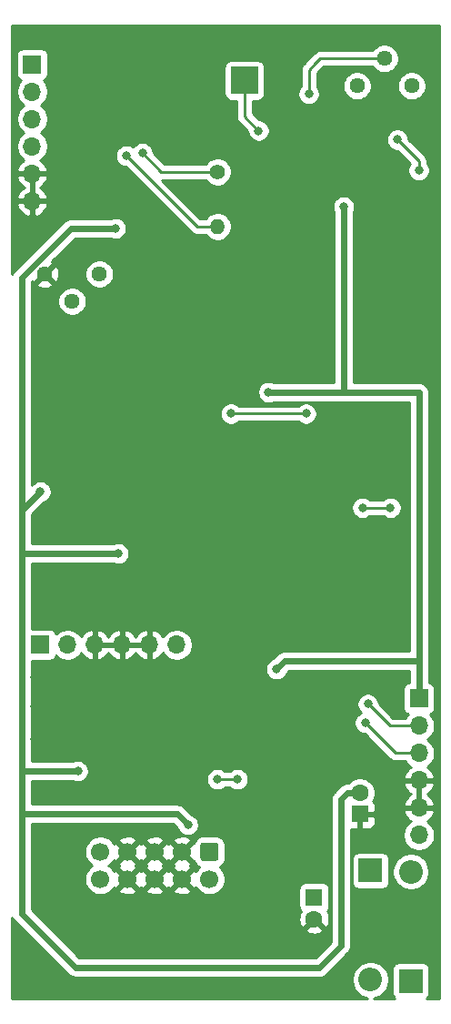
<source format=gbr>
%TF.GenerationSoftware,KiCad,Pcbnew,5.1.8*%
%TF.CreationDate,2020-12-05T20:58:01+00:00*%
%TF.ProjectId,oscillator_prototype,6f736369-6c6c-4617-946f-725f70726f74,rev?*%
%TF.SameCoordinates,Original*%
%TF.FileFunction,Copper,L2,Bot*%
%TF.FilePolarity,Positive*%
%FSLAX46Y46*%
G04 Gerber Fmt 4.6, Leading zero omitted, Abs format (unit mm)*
G04 Created by KiCad (PCBNEW 5.1.8) date 2020-12-05 20:58:01*
%MOMM*%
%LPD*%
G01*
G04 APERTURE LIST*
%TA.AperFunction,ComponentPad*%
%ADD10R,1.700000X1.700000*%
%TD*%
%TA.AperFunction,ComponentPad*%
%ADD11O,1.700000X1.700000*%
%TD*%
%TA.AperFunction,ComponentPad*%
%ADD12C,1.700000*%
%TD*%
%TA.AperFunction,ComponentPad*%
%ADD13C,1.400000*%
%TD*%
%TA.AperFunction,ComponentPad*%
%ADD14O,1.400000X1.400000*%
%TD*%
%TA.AperFunction,ComponentPad*%
%ADD15C,1.600000*%
%TD*%
%TA.AperFunction,ComponentPad*%
%ADD16R,1.600000X1.600000*%
%TD*%
%TA.AperFunction,ComponentPad*%
%ADD17C,1.440000*%
%TD*%
%TA.AperFunction,ComponentPad*%
%ADD18O,2.200000X2.200000*%
%TD*%
%TA.AperFunction,ComponentPad*%
%ADD19R,2.200000X2.200000*%
%TD*%
%TA.AperFunction,SMDPad,CuDef*%
%ADD20R,2.500000X2.500000*%
%TD*%
%TA.AperFunction,ViaPad*%
%ADD21C,0.800000*%
%TD*%
%TA.AperFunction,Conductor*%
%ADD22C,0.250000*%
%TD*%
%TA.AperFunction,Conductor*%
%ADD23C,0.600000*%
%TD*%
%TA.AperFunction,Conductor*%
%ADD24C,0.254000*%
%TD*%
%TA.AperFunction,Conductor*%
%ADD25C,0.100000*%
%TD*%
G04 APERTURE END LIST*
D10*
%TO.P,J14,1*%
%TO.N,fine_m*%
X97000000Y-48000000D03*
D11*
%TO.P,J14,2*%
%TO.N,coarse_m*%
X97000000Y-50540000D03*
%TO.P,J14,3*%
%TO.N,v_per_oct_m*%
X97000000Y-53080000D03*
%TO.P,J14,4*%
%TO.N,lin_fm_m*%
X97000000Y-55620000D03*
%TO.P,J14,5*%
%TO.N,GND*%
X97000000Y-58160000D03*
%TO.P,J14,6*%
X97000000Y-60700000D03*
%TD*%
%TO.P,J7,1*%
%TO.N,Net-(D5-Pad1)*%
%TA.AperFunction,ComponentPad*%
G36*
G01*
X112900000Y-120400000D02*
X114100000Y-120400000D01*
G75*
G02*
X114350000Y-120650000I0J-250000D01*
G01*
X114350000Y-121850000D01*
G75*
G02*
X114100000Y-122100000I-250000J0D01*
G01*
X112900000Y-122100000D01*
G75*
G02*
X112650000Y-121850000I0J250000D01*
G01*
X112650000Y-120650000D01*
G75*
G02*
X112900000Y-120400000I250000J0D01*
G01*
G37*
%TD.AperFunction*%
D12*
%TO.P,J7,3*%
%TO.N,GND*%
X110960000Y-121250000D03*
%TO.P,J7,5*%
X108420000Y-121250000D03*
%TO.P,J7,7*%
X105880000Y-121250000D03*
%TO.P,J7,9*%
%TO.N,Net-(D4-Pad2)*%
X103340000Y-121250000D03*
%TO.P,J7,2*%
%TO.N,Net-(D5-Pad1)*%
X113500000Y-123790000D03*
%TO.P,J7,4*%
%TO.N,GND*%
X110960000Y-123790000D03*
%TO.P,J7,6*%
X108420000Y-123790000D03*
%TO.P,J7,8*%
X105880000Y-123790000D03*
%TO.P,J7,10*%
%TO.N,Net-(D4-Pad2)*%
X103340000Y-123790000D03*
%TD*%
D11*
%TO.P,J12,6*%
%TO.N,saw_m*%
X133000000Y-119700000D03*
%TO.P,J12,5*%
%TO.N,GND*%
X133000000Y-117160000D03*
%TO.P,J12,4*%
X133000000Y-114620000D03*
%TO.P,J12,3*%
%TO.N,switch_b_m*%
X133000000Y-112080000D03*
%TO.P,J12,2*%
%TO.N,tri_m*%
X133000000Y-109540000D03*
D10*
%TO.P,J12,1*%
%TO.N,-12V*%
X133000000Y-107000000D03*
%TD*%
D13*
%TO.P,R4,1*%
%TO.N,Net-(C1-Pad1)*%
X114250000Y-58000000D03*
D14*
%TO.P,R4,2*%
%TO.N,Net-(C1-Pad2)*%
X114250000Y-63080000D03*
%TD*%
D11*
%TO.P,J10,6*%
%TO.N,+12V*%
X110450000Y-102000000D03*
%TO.P,J10,5*%
%TO.N,GND*%
X107910000Y-102000000D03*
%TO.P,J10,4*%
X105370000Y-102000000D03*
%TO.P,J10,3*%
X102830000Y-102000000D03*
%TO.P,J10,2*%
%TO.N,switch_a_m*%
X100290000Y-102000000D03*
D10*
%TO.P,J10,1*%
%TO.N,sync_m*%
X97750000Y-102000000D03*
%TD*%
D15*
%TO.P,C9,2*%
%TO.N,GND*%
X123250000Y-127500000D03*
D16*
%TO.P,C9,1*%
%TO.N,+12V*%
X123250000Y-125500000D03*
%TD*%
D17*
%TO.P,RV3,1*%
%TO.N,Net-(C1-Pad1)*%
X127250000Y-50000000D03*
%TO.P,RV3,2*%
%TO.N,Net-(Q3-Pad2)*%
X129790000Y-47460000D03*
%TO.P,RV3,3*%
%TO.N,Net-(R8-Pad2)*%
X132330000Y-50000000D03*
%TD*%
D16*
%TO.P,C18,1*%
%TO.N,GND*%
X127500000Y-117750000D03*
D15*
%TO.P,C18,2*%
%TO.N,-12V*%
X127500000Y-115750000D03*
%TD*%
D18*
%TO.P,D4,2*%
%TO.N,Net-(D4-Pad2)*%
X128500000Y-133160000D03*
D19*
%TO.P,D4,1*%
%TO.N,+12V*%
X128500000Y-123000000D03*
%TD*%
D17*
%TO.P,RV6,3*%
%TO.N,GND*%
X98170000Y-67500000D03*
%TO.P,RV6,2*%
%TO.N,Net-(R29-Pad1)*%
X100710000Y-70040000D03*
%TO.P,RV6,1*%
%TO.N,Net-(D3-Pad1)*%
X103250000Y-67500000D03*
%TD*%
D19*
%TO.P,D5,1*%
%TO.N,Net-(D5-Pad1)*%
X132250000Y-133250000D03*
D18*
%TO.P,D5,2*%
%TO.N,-12V*%
X132250000Y-123090000D03*
%TD*%
D20*
%TO.P,TP1,1*%
%TO.N,Net-(C1-Pad1)*%
X116750000Y-49500000D03*
%TD*%
D21*
%TO.N,Net-(C1-Pad2)*%
X105750000Y-56500000D03*
%TO.N,Net-(C1-Pad1)*%
X118070010Y-54179990D03*
X107250000Y-56250000D03*
%TO.N,GND*%
X114000000Y-49500000D03*
X124750000Y-109250000D03*
X131000000Y-96750000D03*
X105250000Y-113750000D03*
X113000000Y-112250000D03*
X114000000Y-88000000D03*
X104750000Y-45750000D03*
X116000000Y-45500000D03*
X119750000Y-45750000D03*
X118250000Y-61500000D03*
X115750000Y-67250000D03*
X109750000Y-71500000D03*
X104750000Y-76000000D03*
X127750000Y-52750000D03*
X104750000Y-65500000D03*
X105000000Y-61750000D03*
X97250000Y-110750000D03*
X97250000Y-107750000D03*
X97250000Y-105000000D03*
X131250000Y-70500000D03*
X131250000Y-74750000D03*
X124500000Y-85000000D03*
X120750000Y-76750000D03*
X118250000Y-76750000D03*
X120000000Y-120000000D03*
X120000000Y-117500000D03*
X117750000Y-117500000D03*
X113500000Y-102750000D03*
X113500000Y-99250000D03*
X113500000Y-95750000D03*
X130750000Y-65750000D03*
X129000000Y-65750000D03*
X122500000Y-65000000D03*
X122500000Y-67500000D03*
X110250000Y-82500000D03*
X107500000Y-82500000D03*
X110250000Y-79750000D03*
X101250000Y-88500000D03*
X99500000Y-90750000D03*
X125000000Y-100000000D03*
X120000000Y-97500000D03*
X127500000Y-92250000D03*
X124750000Y-92250000D03*
X127750000Y-82750000D03*
X131250000Y-82750000D03*
X122750000Y-85000000D03*
%TO.N,-12V*%
X111500000Y-118750000D03*
X119750000Y-104250000D03*
X119000000Y-78500000D03*
X126000000Y-61250000D03*
X104750000Y-63250000D03*
X101250000Y-113750000D03*
X105000000Y-93500000D03*
X97750000Y-87750000D03*
%TO.N,Net-(Q2-Pad3)*%
X133000000Y-57855000D03*
X131000000Y-55000000D03*
%TO.N,/soft_sync_pull_down*%
X116100001Y-114500000D03*
X114250000Y-114500000D03*
%TO.N,Net-(R1-Pad1)*%
X115500000Y-80500000D03*
X122500000Y-80500000D03*
%TO.N,switch_b_m*%
X128000000Y-109250000D03*
%TO.N,saw_m*%
X127750000Y-89250000D03*
X130350010Y-89250000D03*
%TO.N,tri_m*%
X128250000Y-107500000D03*
%TO.N,Net-(Q3-Pad2)*%
X122750000Y-50750000D03*
%TD*%
D22*
%TO.N,Net-(C1-Pad2)*%
X112330000Y-63080000D02*
X105750000Y-56500000D01*
X114250000Y-63080000D02*
X112330000Y-63080000D01*
%TO.N,Net-(C1-Pad1)*%
X116750000Y-49500000D02*
X116750000Y-52859980D01*
X116750000Y-52859980D02*
X118070010Y-54179990D01*
X114250000Y-58000000D02*
X109000000Y-58000000D01*
X109000000Y-58000000D02*
X107250000Y-56250000D01*
D23*
%TO.N,-12V*%
X95999999Y-117749999D02*
X95999999Y-113750001D01*
X95999999Y-126999999D02*
X95999999Y-117749999D01*
X110499999Y-117749999D02*
X111500000Y-118750000D01*
X95999999Y-117749999D02*
X110499999Y-117749999D01*
X133000000Y-103500000D02*
X133000000Y-102000000D01*
X133000000Y-107000000D02*
X133000000Y-103500000D01*
X133000000Y-103500000D02*
X120500000Y-103500000D01*
X120500000Y-103500000D02*
X119750000Y-104250000D01*
X133000000Y-78500000D02*
X126000000Y-78500000D01*
X126000000Y-78500000D02*
X119000000Y-78500000D01*
X126000000Y-61250000D02*
X126000000Y-78500000D01*
X133000000Y-102000000D02*
X133000000Y-78500000D01*
X100614398Y-63250000D02*
X104750000Y-63250000D01*
X95999999Y-89500001D02*
X95999999Y-67864399D01*
X95999999Y-67864399D02*
X100614398Y-63250000D01*
X95999999Y-113750001D02*
X95999999Y-93500001D01*
X95999999Y-113750001D02*
X101249999Y-113750001D01*
X101249999Y-113750001D02*
X101250000Y-113750000D01*
X95999999Y-93500001D02*
X95999999Y-89500001D01*
X95999999Y-93500001D02*
X104999999Y-93500001D01*
X104999999Y-93500001D02*
X105000000Y-93500000D01*
X101000000Y-132000000D02*
X95999999Y-126999999D01*
X95999999Y-89500001D02*
X97750000Y-87750000D01*
X123750000Y-132000000D02*
X101000000Y-132000000D01*
X125750000Y-130000000D02*
X123750000Y-132000000D01*
X125750000Y-116368630D02*
X125750000Y-130000000D01*
X127500000Y-115750000D02*
X126368630Y-115750000D01*
X126368630Y-115750000D02*
X125750000Y-116368630D01*
D22*
%TO.N,Net-(Q2-Pad3)*%
X133000000Y-57000000D02*
X133000000Y-57855000D01*
X131000000Y-55000000D02*
X133000000Y-57000000D01*
%TO.N,/soft_sync_pull_down*%
X114250000Y-114500000D02*
X116100001Y-114500000D01*
%TO.N,Net-(R1-Pad1)*%
X116750000Y-80500000D02*
X115500000Y-80500000D01*
X116750000Y-80500000D02*
X122500000Y-80500000D01*
%TO.N,switch_b_m*%
X133000000Y-112080000D02*
X130830000Y-112080000D01*
X130830000Y-112080000D02*
X128000000Y-109250000D01*
%TO.N,saw_m*%
X130350010Y-89250000D02*
X127750000Y-89250000D01*
%TO.N,tri_m*%
X133000000Y-109540000D02*
X130290000Y-109540000D01*
X130290000Y-109540000D02*
X128250000Y-107500000D01*
%TO.N,Net-(Q3-Pad2)*%
X122750000Y-50750000D02*
X122750000Y-48500000D01*
X122750000Y-48500000D02*
X123790000Y-47460000D01*
X129790000Y-47460000D02*
X123790000Y-47460000D01*
X123790000Y-47460000D02*
X123250000Y-48000000D01*
%TD*%
D24*
%TO.N,GND*%
X134873000Y-134873000D02*
X133713678Y-134873000D01*
X133801185Y-134801185D01*
X133880537Y-134704494D01*
X133939502Y-134594180D01*
X133975812Y-134474482D01*
X133988072Y-134350000D01*
X133988072Y-132150000D01*
X133975812Y-132025518D01*
X133939502Y-131905820D01*
X133880537Y-131795506D01*
X133801185Y-131698815D01*
X133704494Y-131619463D01*
X133594180Y-131560498D01*
X133474482Y-131524188D01*
X133350000Y-131511928D01*
X131150000Y-131511928D01*
X131025518Y-131524188D01*
X130905820Y-131560498D01*
X130795506Y-131619463D01*
X130698815Y-131698815D01*
X130619463Y-131795506D01*
X130560498Y-131905820D01*
X130524188Y-132025518D01*
X130511928Y-132150000D01*
X130511928Y-134350000D01*
X130524188Y-134474482D01*
X130560498Y-134594180D01*
X130619463Y-134704494D01*
X130698815Y-134801185D01*
X130786322Y-134873000D01*
X128781485Y-134873000D01*
X129006081Y-134828325D01*
X129321831Y-134697537D01*
X129605998Y-134507663D01*
X129847663Y-134265998D01*
X130037537Y-133981831D01*
X130168325Y-133666081D01*
X130235000Y-133330883D01*
X130235000Y-132989117D01*
X130168325Y-132653919D01*
X130037537Y-132338169D01*
X129847663Y-132054002D01*
X129605998Y-131812337D01*
X129321831Y-131622463D01*
X129006081Y-131491675D01*
X128670883Y-131425000D01*
X128329117Y-131425000D01*
X127993919Y-131491675D01*
X127678169Y-131622463D01*
X127394002Y-131812337D01*
X127152337Y-132054002D01*
X126962463Y-132338169D01*
X126831675Y-132653919D01*
X126765000Y-132989117D01*
X126765000Y-133330883D01*
X126831675Y-133666081D01*
X126962463Y-133981831D01*
X127152337Y-134265998D01*
X127394002Y-134507663D01*
X127678169Y-134697537D01*
X127993919Y-134828325D01*
X128218515Y-134873000D01*
X95127000Y-134873000D01*
X95127000Y-127343082D01*
X95131992Y-127359538D01*
X95218813Y-127521970D01*
X95335655Y-127664343D01*
X95371340Y-127693629D01*
X100306375Y-132628664D01*
X100335656Y-132664344D01*
X100478028Y-132781186D01*
X100640460Y-132868007D01*
X100763243Y-132905253D01*
X100816707Y-132921471D01*
X100999999Y-132939524D01*
X101045931Y-132935000D01*
X123704068Y-132935000D01*
X123750000Y-132939524D01*
X123795932Y-132935000D01*
X123933292Y-132921471D01*
X124109540Y-132868007D01*
X124271972Y-132781186D01*
X124414344Y-132664344D01*
X124443630Y-132628659D01*
X126378664Y-130693626D01*
X126414344Y-130664344D01*
X126531186Y-130521972D01*
X126618007Y-130359540D01*
X126671471Y-130183292D01*
X126685000Y-130045932D01*
X126689524Y-130000001D01*
X126685000Y-129954069D01*
X126685000Y-121900000D01*
X126761928Y-121900000D01*
X126761928Y-124100000D01*
X126774188Y-124224482D01*
X126810498Y-124344180D01*
X126869463Y-124454494D01*
X126948815Y-124551185D01*
X127045506Y-124630537D01*
X127155820Y-124689502D01*
X127275518Y-124725812D01*
X127400000Y-124738072D01*
X129600000Y-124738072D01*
X129724482Y-124725812D01*
X129844180Y-124689502D01*
X129954494Y-124630537D01*
X130051185Y-124551185D01*
X130130537Y-124454494D01*
X130189502Y-124344180D01*
X130225812Y-124224482D01*
X130238072Y-124100000D01*
X130238072Y-122919117D01*
X130515000Y-122919117D01*
X130515000Y-123260883D01*
X130581675Y-123596081D01*
X130712463Y-123911831D01*
X130902337Y-124195998D01*
X131144002Y-124437663D01*
X131428169Y-124627537D01*
X131743919Y-124758325D01*
X132079117Y-124825000D01*
X132420883Y-124825000D01*
X132756081Y-124758325D01*
X133071831Y-124627537D01*
X133355998Y-124437663D01*
X133597663Y-124195998D01*
X133787537Y-123911831D01*
X133918325Y-123596081D01*
X133985000Y-123260883D01*
X133985000Y-122919117D01*
X133918325Y-122583919D01*
X133787537Y-122268169D01*
X133597663Y-121984002D01*
X133355998Y-121742337D01*
X133071831Y-121552463D01*
X132756081Y-121421675D01*
X132420883Y-121355000D01*
X132079117Y-121355000D01*
X131743919Y-121421675D01*
X131428169Y-121552463D01*
X131144002Y-121742337D01*
X130902337Y-121984002D01*
X130712463Y-122268169D01*
X130581675Y-122583919D01*
X130515000Y-122919117D01*
X130238072Y-122919117D01*
X130238072Y-121900000D01*
X130225812Y-121775518D01*
X130189502Y-121655820D01*
X130130537Y-121545506D01*
X130051185Y-121448815D01*
X129954494Y-121369463D01*
X129844180Y-121310498D01*
X129724482Y-121274188D01*
X129600000Y-121261928D01*
X127400000Y-121261928D01*
X127275518Y-121274188D01*
X127155820Y-121310498D01*
X127045506Y-121369463D01*
X126948815Y-121448815D01*
X126869463Y-121545506D01*
X126810498Y-121655820D01*
X126774188Y-121775518D01*
X126761928Y-121900000D01*
X126685000Y-121900000D01*
X126685000Y-119553740D01*
X131515000Y-119553740D01*
X131515000Y-119846260D01*
X131572068Y-120133158D01*
X131684010Y-120403411D01*
X131846525Y-120646632D01*
X132053368Y-120853475D01*
X132296589Y-121015990D01*
X132566842Y-121127932D01*
X132853740Y-121185000D01*
X133146260Y-121185000D01*
X133433158Y-121127932D01*
X133703411Y-121015990D01*
X133946632Y-120853475D01*
X134153475Y-120646632D01*
X134315990Y-120403411D01*
X134427932Y-120133158D01*
X134485000Y-119846260D01*
X134485000Y-119553740D01*
X134427932Y-119266842D01*
X134315990Y-118996589D01*
X134153475Y-118753368D01*
X133946632Y-118546525D01*
X133764466Y-118424805D01*
X133881355Y-118355178D01*
X134097588Y-118160269D01*
X134271641Y-117926920D01*
X134396825Y-117664099D01*
X134441476Y-117516890D01*
X134320155Y-117287000D01*
X133127000Y-117287000D01*
X133127000Y-117307000D01*
X132873000Y-117307000D01*
X132873000Y-117287000D01*
X131679845Y-117287000D01*
X131558524Y-117516890D01*
X131603175Y-117664099D01*
X131728359Y-117926920D01*
X131902412Y-118160269D01*
X132118645Y-118355178D01*
X132235534Y-118424805D01*
X132053368Y-118546525D01*
X131846525Y-118753368D01*
X131684010Y-118996589D01*
X131572068Y-119266842D01*
X131515000Y-119553740D01*
X126685000Y-119553740D01*
X126685000Y-119186595D01*
X126700000Y-119188072D01*
X127214250Y-119185000D01*
X127373000Y-119026250D01*
X127373000Y-117877000D01*
X127627000Y-117877000D01*
X127627000Y-119026250D01*
X127785750Y-119185000D01*
X128300000Y-119188072D01*
X128424482Y-119175812D01*
X128544180Y-119139502D01*
X128654494Y-119080537D01*
X128751185Y-119001185D01*
X128830537Y-118904494D01*
X128889502Y-118794180D01*
X128925812Y-118674482D01*
X128938072Y-118550000D01*
X128935000Y-118035750D01*
X128776250Y-117877000D01*
X127627000Y-117877000D01*
X127373000Y-117877000D01*
X127353000Y-117877000D01*
X127353000Y-117623000D01*
X127373000Y-117623000D01*
X127373000Y-117603000D01*
X127627000Y-117603000D01*
X127627000Y-117623000D01*
X128776250Y-117623000D01*
X128935000Y-117464250D01*
X128938072Y-116950000D01*
X128925812Y-116825518D01*
X128889502Y-116705820D01*
X128830537Y-116595506D01*
X128751185Y-116498815D01*
X128734607Y-116485210D01*
X128771680Y-116429727D01*
X128879853Y-116168574D01*
X128935000Y-115891335D01*
X128935000Y-115608665D01*
X128879853Y-115331426D01*
X128771680Y-115070273D01*
X128709284Y-114976890D01*
X131558524Y-114976890D01*
X131603175Y-115124099D01*
X131728359Y-115386920D01*
X131902412Y-115620269D01*
X132118645Y-115815178D01*
X132244255Y-115890000D01*
X132118645Y-115964822D01*
X131902412Y-116159731D01*
X131728359Y-116393080D01*
X131603175Y-116655901D01*
X131558524Y-116803110D01*
X131679845Y-117033000D01*
X132873000Y-117033000D01*
X132873000Y-114747000D01*
X133127000Y-114747000D01*
X133127000Y-117033000D01*
X134320155Y-117033000D01*
X134441476Y-116803110D01*
X134396825Y-116655901D01*
X134271641Y-116393080D01*
X134097588Y-116159731D01*
X133881355Y-115964822D01*
X133755745Y-115890000D01*
X133881355Y-115815178D01*
X134097588Y-115620269D01*
X134271641Y-115386920D01*
X134396825Y-115124099D01*
X134441476Y-114976890D01*
X134320155Y-114747000D01*
X133127000Y-114747000D01*
X132873000Y-114747000D01*
X131679845Y-114747000D01*
X131558524Y-114976890D01*
X128709284Y-114976890D01*
X128614637Y-114835241D01*
X128414759Y-114635363D01*
X128179727Y-114478320D01*
X127918574Y-114370147D01*
X127641335Y-114315000D01*
X127358665Y-114315000D01*
X127081426Y-114370147D01*
X126820273Y-114478320D01*
X126585241Y-114635363D01*
X126406407Y-114814197D01*
X126368630Y-114810476D01*
X126322698Y-114815000D01*
X126185338Y-114828529D01*
X126009090Y-114881993D01*
X125846658Y-114968814D01*
X125704286Y-115085656D01*
X125674996Y-115121346D01*
X125121342Y-115675000D01*
X125085656Y-115704286D01*
X124968814Y-115846659D01*
X124881993Y-116009091D01*
X124851522Y-116109541D01*
X124828529Y-116185339D01*
X124810476Y-116368630D01*
X124815000Y-116414562D01*
X124815001Y-129612709D01*
X123362711Y-131065000D01*
X101387290Y-131065000D01*
X98814992Y-128492702D01*
X122436903Y-128492702D01*
X122508486Y-128736671D01*
X122763996Y-128857571D01*
X123038184Y-128926300D01*
X123320512Y-128940217D01*
X123600130Y-128898787D01*
X123866292Y-128803603D01*
X123991514Y-128736671D01*
X124063097Y-128492702D01*
X123250000Y-127679605D01*
X122436903Y-128492702D01*
X98814992Y-128492702D01*
X97892802Y-127570512D01*
X121809783Y-127570512D01*
X121851213Y-127850130D01*
X121946397Y-128116292D01*
X122013329Y-128241514D01*
X122257298Y-128313097D01*
X123070395Y-127500000D01*
X123056253Y-127485858D01*
X123235858Y-127306253D01*
X123250000Y-127320395D01*
X123264143Y-127306253D01*
X123443748Y-127485858D01*
X123429605Y-127500000D01*
X124242702Y-128313097D01*
X124486671Y-128241514D01*
X124607571Y-127986004D01*
X124676300Y-127711816D01*
X124690217Y-127429488D01*
X124648787Y-127149870D01*
X124553603Y-126883708D01*
X124488384Y-126761691D01*
X124501185Y-126751185D01*
X124580537Y-126654494D01*
X124639502Y-126544180D01*
X124675812Y-126424482D01*
X124688072Y-126300000D01*
X124688072Y-124700000D01*
X124675812Y-124575518D01*
X124639502Y-124455820D01*
X124580537Y-124345506D01*
X124501185Y-124248815D01*
X124404494Y-124169463D01*
X124294180Y-124110498D01*
X124174482Y-124074188D01*
X124050000Y-124061928D01*
X122450000Y-124061928D01*
X122325518Y-124074188D01*
X122205820Y-124110498D01*
X122095506Y-124169463D01*
X121998815Y-124248815D01*
X121919463Y-124345506D01*
X121860498Y-124455820D01*
X121824188Y-124575518D01*
X121811928Y-124700000D01*
X121811928Y-126300000D01*
X121824188Y-126424482D01*
X121860498Y-126544180D01*
X121919463Y-126654494D01*
X121998815Y-126751185D01*
X122011758Y-126761807D01*
X121892429Y-127013996D01*
X121823700Y-127288184D01*
X121809783Y-127570512D01*
X97892802Y-127570512D01*
X96934999Y-126612710D01*
X96934999Y-121103740D01*
X101855000Y-121103740D01*
X101855000Y-121396260D01*
X101912068Y-121683158D01*
X102024010Y-121953411D01*
X102186525Y-122196632D01*
X102393368Y-122403475D01*
X102567760Y-122520000D01*
X102393368Y-122636525D01*
X102186525Y-122843368D01*
X102024010Y-123086589D01*
X101912068Y-123356842D01*
X101855000Y-123643740D01*
X101855000Y-123936260D01*
X101912068Y-124223158D01*
X102024010Y-124493411D01*
X102186525Y-124736632D01*
X102393368Y-124943475D01*
X102636589Y-125105990D01*
X102906842Y-125217932D01*
X103193740Y-125275000D01*
X103486260Y-125275000D01*
X103773158Y-125217932D01*
X104043411Y-125105990D01*
X104286632Y-124943475D01*
X104411710Y-124818397D01*
X105031208Y-124818397D01*
X105108843Y-125067472D01*
X105372883Y-125193371D01*
X105656411Y-125265339D01*
X105948531Y-125280611D01*
X106238019Y-125238599D01*
X106513747Y-125140919D01*
X106651157Y-125067472D01*
X106728792Y-124818397D01*
X107571208Y-124818397D01*
X107648843Y-125067472D01*
X107912883Y-125193371D01*
X108196411Y-125265339D01*
X108488531Y-125280611D01*
X108778019Y-125238599D01*
X109053747Y-125140919D01*
X109191157Y-125067472D01*
X109268792Y-124818397D01*
X110111208Y-124818397D01*
X110188843Y-125067472D01*
X110452883Y-125193371D01*
X110736411Y-125265339D01*
X111028531Y-125280611D01*
X111318019Y-125238599D01*
X111593747Y-125140919D01*
X111731157Y-125067472D01*
X111808792Y-124818397D01*
X110960000Y-123969605D01*
X110111208Y-124818397D01*
X109268792Y-124818397D01*
X108420000Y-123969605D01*
X107571208Y-124818397D01*
X106728792Y-124818397D01*
X105880000Y-123969605D01*
X105031208Y-124818397D01*
X104411710Y-124818397D01*
X104493475Y-124736632D01*
X104609311Y-124563271D01*
X104851603Y-124638792D01*
X105700395Y-123790000D01*
X106059605Y-123790000D01*
X106908397Y-124638792D01*
X107150000Y-124563486D01*
X107391603Y-124638792D01*
X108240395Y-123790000D01*
X108599605Y-123790000D01*
X109448397Y-124638792D01*
X109690000Y-124563486D01*
X109931603Y-124638792D01*
X110780395Y-123790000D01*
X109931603Y-122941208D01*
X109690000Y-123016514D01*
X109448397Y-122941208D01*
X108599605Y-123790000D01*
X108240395Y-123790000D01*
X107391603Y-122941208D01*
X107150000Y-123016514D01*
X106908397Y-122941208D01*
X106059605Y-123790000D01*
X105700395Y-123790000D01*
X104851603Y-122941208D01*
X104609311Y-123016729D01*
X104493475Y-122843368D01*
X104286632Y-122636525D01*
X104112240Y-122520000D01*
X104286632Y-122403475D01*
X104411710Y-122278397D01*
X105031208Y-122278397D01*
X105106514Y-122520000D01*
X105031208Y-122761603D01*
X105880000Y-123610395D01*
X106728792Y-122761603D01*
X106653486Y-122520000D01*
X106728792Y-122278397D01*
X107571208Y-122278397D01*
X107646514Y-122520000D01*
X107571208Y-122761603D01*
X108420000Y-123610395D01*
X109268792Y-122761603D01*
X109193486Y-122520000D01*
X109268792Y-122278397D01*
X110111208Y-122278397D01*
X110186514Y-122520000D01*
X110111208Y-122761603D01*
X110960000Y-123610395D01*
X111808792Y-122761603D01*
X111733486Y-122520000D01*
X111808792Y-122278397D01*
X110960000Y-121429605D01*
X110111208Y-122278397D01*
X109268792Y-122278397D01*
X108420000Y-121429605D01*
X107571208Y-122278397D01*
X106728792Y-122278397D01*
X105880000Y-121429605D01*
X105031208Y-122278397D01*
X104411710Y-122278397D01*
X104493475Y-122196632D01*
X104609311Y-122023271D01*
X104851603Y-122098792D01*
X105700395Y-121250000D01*
X106059605Y-121250000D01*
X106908397Y-122098792D01*
X107150000Y-122023486D01*
X107391603Y-122098792D01*
X108240395Y-121250000D01*
X108599605Y-121250000D01*
X109448397Y-122098792D01*
X109690000Y-122023486D01*
X109931603Y-122098792D01*
X110780395Y-121250000D01*
X111139605Y-121250000D01*
X111988397Y-122098792D01*
X112046420Y-122080707D01*
X112079528Y-122189850D01*
X112161595Y-122343386D01*
X112272038Y-122477962D01*
X112406614Y-122588405D01*
X112533608Y-122656285D01*
X112346525Y-122843368D01*
X112230689Y-123016729D01*
X111988397Y-122941208D01*
X111139605Y-123790000D01*
X111988397Y-124638792D01*
X112230689Y-124563271D01*
X112346525Y-124736632D01*
X112553368Y-124943475D01*
X112796589Y-125105990D01*
X113066842Y-125217932D01*
X113353740Y-125275000D01*
X113646260Y-125275000D01*
X113933158Y-125217932D01*
X114203411Y-125105990D01*
X114446632Y-124943475D01*
X114653475Y-124736632D01*
X114815990Y-124493411D01*
X114927932Y-124223158D01*
X114985000Y-123936260D01*
X114985000Y-123643740D01*
X114927932Y-123356842D01*
X114815990Y-123086589D01*
X114653475Y-122843368D01*
X114466392Y-122656285D01*
X114593386Y-122588405D01*
X114727962Y-122477962D01*
X114838405Y-122343386D01*
X114920472Y-122189850D01*
X114971008Y-122023254D01*
X114988072Y-121850000D01*
X114988072Y-120650000D01*
X114971008Y-120476746D01*
X114920472Y-120310150D01*
X114838405Y-120156614D01*
X114727962Y-120022038D01*
X114593386Y-119911595D01*
X114439850Y-119829528D01*
X114273254Y-119778992D01*
X114100000Y-119761928D01*
X112900000Y-119761928D01*
X112726746Y-119778992D01*
X112560150Y-119829528D01*
X112406614Y-119911595D01*
X112272038Y-120022038D01*
X112161595Y-120156614D01*
X112079528Y-120310150D01*
X112046420Y-120419293D01*
X111988397Y-120401208D01*
X111139605Y-121250000D01*
X110780395Y-121250000D01*
X109931603Y-120401208D01*
X109690000Y-120476514D01*
X109448397Y-120401208D01*
X108599605Y-121250000D01*
X108240395Y-121250000D01*
X107391603Y-120401208D01*
X107150000Y-120476514D01*
X106908397Y-120401208D01*
X106059605Y-121250000D01*
X105700395Y-121250000D01*
X104851603Y-120401208D01*
X104609311Y-120476729D01*
X104493475Y-120303368D01*
X104411710Y-120221603D01*
X105031208Y-120221603D01*
X105880000Y-121070395D01*
X106728792Y-120221603D01*
X107571208Y-120221603D01*
X108420000Y-121070395D01*
X109268792Y-120221603D01*
X110111208Y-120221603D01*
X110960000Y-121070395D01*
X111808792Y-120221603D01*
X111731157Y-119972528D01*
X111467117Y-119846629D01*
X111183589Y-119774661D01*
X110891469Y-119759389D01*
X110601981Y-119801401D01*
X110326253Y-119899081D01*
X110188843Y-119972528D01*
X110111208Y-120221603D01*
X109268792Y-120221603D01*
X109191157Y-119972528D01*
X108927117Y-119846629D01*
X108643589Y-119774661D01*
X108351469Y-119759389D01*
X108061981Y-119801401D01*
X107786253Y-119899081D01*
X107648843Y-119972528D01*
X107571208Y-120221603D01*
X106728792Y-120221603D01*
X106651157Y-119972528D01*
X106387117Y-119846629D01*
X106103589Y-119774661D01*
X105811469Y-119759389D01*
X105521981Y-119801401D01*
X105246253Y-119899081D01*
X105108843Y-119972528D01*
X105031208Y-120221603D01*
X104411710Y-120221603D01*
X104286632Y-120096525D01*
X104043411Y-119934010D01*
X103773158Y-119822068D01*
X103486260Y-119765000D01*
X103193740Y-119765000D01*
X102906842Y-119822068D01*
X102636589Y-119934010D01*
X102393368Y-120096525D01*
X102186525Y-120303368D01*
X102024010Y-120546589D01*
X101912068Y-120816842D01*
X101855000Y-121103740D01*
X96934999Y-121103740D01*
X96934999Y-118684999D01*
X110112710Y-118684999D01*
X110522569Y-119094858D01*
X110582795Y-119240256D01*
X110696063Y-119409774D01*
X110840226Y-119553937D01*
X111009744Y-119667205D01*
X111198102Y-119745226D01*
X111398061Y-119785000D01*
X111601939Y-119785000D01*
X111801898Y-119745226D01*
X111990256Y-119667205D01*
X112159774Y-119553937D01*
X112303937Y-119409774D01*
X112417205Y-119240256D01*
X112495226Y-119051898D01*
X112535000Y-118851939D01*
X112535000Y-118648061D01*
X112495226Y-118448102D01*
X112417205Y-118259744D01*
X112303937Y-118090226D01*
X112159774Y-117946063D01*
X111990256Y-117832795D01*
X111844858Y-117772569D01*
X111193629Y-117121340D01*
X111164343Y-117085655D01*
X111021971Y-116968813D01*
X110859539Y-116881992D01*
X110683291Y-116828528D01*
X110545931Y-116814999D01*
X110499999Y-116810475D01*
X110454067Y-116814999D01*
X96934999Y-116814999D01*
X96934999Y-114685001D01*
X100802707Y-114685001D01*
X100948102Y-114745226D01*
X101148061Y-114785000D01*
X101351939Y-114785000D01*
X101551898Y-114745226D01*
X101740256Y-114667205D01*
X101909774Y-114553937D01*
X102053937Y-114409774D01*
X102061763Y-114398061D01*
X113215000Y-114398061D01*
X113215000Y-114601939D01*
X113254774Y-114801898D01*
X113332795Y-114990256D01*
X113446063Y-115159774D01*
X113590226Y-115303937D01*
X113759744Y-115417205D01*
X113948102Y-115495226D01*
X114148061Y-115535000D01*
X114351939Y-115535000D01*
X114551898Y-115495226D01*
X114740256Y-115417205D01*
X114909774Y-115303937D01*
X114953711Y-115260000D01*
X115396290Y-115260000D01*
X115440227Y-115303937D01*
X115609745Y-115417205D01*
X115798103Y-115495226D01*
X115998062Y-115535000D01*
X116201940Y-115535000D01*
X116401899Y-115495226D01*
X116590257Y-115417205D01*
X116759775Y-115303937D01*
X116903938Y-115159774D01*
X117017206Y-114990256D01*
X117095227Y-114801898D01*
X117135001Y-114601939D01*
X117135001Y-114398061D01*
X117095227Y-114198102D01*
X117017206Y-114009744D01*
X116903938Y-113840226D01*
X116759775Y-113696063D01*
X116590257Y-113582795D01*
X116401899Y-113504774D01*
X116201940Y-113465000D01*
X115998062Y-113465000D01*
X115798103Y-113504774D01*
X115609745Y-113582795D01*
X115440227Y-113696063D01*
X115396290Y-113740000D01*
X114953711Y-113740000D01*
X114909774Y-113696063D01*
X114740256Y-113582795D01*
X114551898Y-113504774D01*
X114351939Y-113465000D01*
X114148061Y-113465000D01*
X113948102Y-113504774D01*
X113759744Y-113582795D01*
X113590226Y-113696063D01*
X113446063Y-113840226D01*
X113332795Y-114009744D01*
X113254774Y-114198102D01*
X113215000Y-114398061D01*
X102061763Y-114398061D01*
X102167205Y-114240256D01*
X102245226Y-114051898D01*
X102285000Y-113851939D01*
X102285000Y-113648061D01*
X102245226Y-113448102D01*
X102167205Y-113259744D01*
X102053937Y-113090226D01*
X101909774Y-112946063D01*
X101740256Y-112832795D01*
X101551898Y-112754774D01*
X101351939Y-112715000D01*
X101148061Y-112715000D01*
X100948102Y-112754774D01*
X100802702Y-112815001D01*
X96934999Y-112815001D01*
X96934999Y-103488072D01*
X98600000Y-103488072D01*
X98724482Y-103475812D01*
X98844180Y-103439502D01*
X98954494Y-103380537D01*
X99051185Y-103301185D01*
X99130537Y-103204494D01*
X99189502Y-103094180D01*
X99211513Y-103021620D01*
X99343368Y-103153475D01*
X99586589Y-103315990D01*
X99856842Y-103427932D01*
X100143740Y-103485000D01*
X100436260Y-103485000D01*
X100723158Y-103427932D01*
X100993411Y-103315990D01*
X101236632Y-103153475D01*
X101443475Y-102946632D01*
X101565195Y-102764466D01*
X101634822Y-102881355D01*
X101829731Y-103097588D01*
X102063080Y-103271641D01*
X102325901Y-103396825D01*
X102473110Y-103441476D01*
X102703000Y-103320155D01*
X102703000Y-102127000D01*
X102957000Y-102127000D01*
X102957000Y-103320155D01*
X103186890Y-103441476D01*
X103334099Y-103396825D01*
X103596920Y-103271641D01*
X103830269Y-103097588D01*
X104025178Y-102881355D01*
X104100000Y-102755745D01*
X104174822Y-102881355D01*
X104369731Y-103097588D01*
X104603080Y-103271641D01*
X104865901Y-103396825D01*
X105013110Y-103441476D01*
X105243000Y-103320155D01*
X105243000Y-102127000D01*
X105497000Y-102127000D01*
X105497000Y-103320155D01*
X105726890Y-103441476D01*
X105874099Y-103396825D01*
X106136920Y-103271641D01*
X106370269Y-103097588D01*
X106565178Y-102881355D01*
X106640000Y-102755745D01*
X106714822Y-102881355D01*
X106909731Y-103097588D01*
X107143080Y-103271641D01*
X107405901Y-103396825D01*
X107553110Y-103441476D01*
X107783000Y-103320155D01*
X107783000Y-102127000D01*
X105497000Y-102127000D01*
X105243000Y-102127000D01*
X102957000Y-102127000D01*
X102703000Y-102127000D01*
X102683000Y-102127000D01*
X102683000Y-101873000D01*
X102703000Y-101873000D01*
X102703000Y-100679845D01*
X102957000Y-100679845D01*
X102957000Y-101873000D01*
X105243000Y-101873000D01*
X105243000Y-100679845D01*
X105497000Y-100679845D01*
X105497000Y-101873000D01*
X107783000Y-101873000D01*
X107783000Y-100679845D01*
X108037000Y-100679845D01*
X108037000Y-101873000D01*
X108057000Y-101873000D01*
X108057000Y-102127000D01*
X108037000Y-102127000D01*
X108037000Y-103320155D01*
X108266890Y-103441476D01*
X108414099Y-103396825D01*
X108676920Y-103271641D01*
X108910269Y-103097588D01*
X109105178Y-102881355D01*
X109174805Y-102764466D01*
X109296525Y-102946632D01*
X109503368Y-103153475D01*
X109746589Y-103315990D01*
X110016842Y-103427932D01*
X110303740Y-103485000D01*
X110596260Y-103485000D01*
X110883158Y-103427932D01*
X111153411Y-103315990D01*
X111396632Y-103153475D01*
X111603475Y-102946632D01*
X111765990Y-102703411D01*
X111877932Y-102433158D01*
X111935000Y-102146260D01*
X111935000Y-101853740D01*
X111877932Y-101566842D01*
X111765990Y-101296589D01*
X111603475Y-101053368D01*
X111396632Y-100846525D01*
X111153411Y-100684010D01*
X110883158Y-100572068D01*
X110596260Y-100515000D01*
X110303740Y-100515000D01*
X110016842Y-100572068D01*
X109746589Y-100684010D01*
X109503368Y-100846525D01*
X109296525Y-101053368D01*
X109174805Y-101235534D01*
X109105178Y-101118645D01*
X108910269Y-100902412D01*
X108676920Y-100728359D01*
X108414099Y-100603175D01*
X108266890Y-100558524D01*
X108037000Y-100679845D01*
X107783000Y-100679845D01*
X107553110Y-100558524D01*
X107405901Y-100603175D01*
X107143080Y-100728359D01*
X106909731Y-100902412D01*
X106714822Y-101118645D01*
X106640000Y-101244255D01*
X106565178Y-101118645D01*
X106370269Y-100902412D01*
X106136920Y-100728359D01*
X105874099Y-100603175D01*
X105726890Y-100558524D01*
X105497000Y-100679845D01*
X105243000Y-100679845D01*
X105013110Y-100558524D01*
X104865901Y-100603175D01*
X104603080Y-100728359D01*
X104369731Y-100902412D01*
X104174822Y-101118645D01*
X104100000Y-101244255D01*
X104025178Y-101118645D01*
X103830269Y-100902412D01*
X103596920Y-100728359D01*
X103334099Y-100603175D01*
X103186890Y-100558524D01*
X102957000Y-100679845D01*
X102703000Y-100679845D01*
X102473110Y-100558524D01*
X102325901Y-100603175D01*
X102063080Y-100728359D01*
X101829731Y-100902412D01*
X101634822Y-101118645D01*
X101565195Y-101235534D01*
X101443475Y-101053368D01*
X101236632Y-100846525D01*
X100993411Y-100684010D01*
X100723158Y-100572068D01*
X100436260Y-100515000D01*
X100143740Y-100515000D01*
X99856842Y-100572068D01*
X99586589Y-100684010D01*
X99343368Y-100846525D01*
X99211513Y-100978380D01*
X99189502Y-100905820D01*
X99130537Y-100795506D01*
X99051185Y-100698815D01*
X98954494Y-100619463D01*
X98844180Y-100560498D01*
X98724482Y-100524188D01*
X98600000Y-100511928D01*
X96934999Y-100511928D01*
X96934999Y-94435001D01*
X104552707Y-94435001D01*
X104698102Y-94495226D01*
X104898061Y-94535000D01*
X105101939Y-94535000D01*
X105301898Y-94495226D01*
X105490256Y-94417205D01*
X105659774Y-94303937D01*
X105803937Y-94159774D01*
X105917205Y-93990256D01*
X105995226Y-93801898D01*
X106035000Y-93601939D01*
X106035000Y-93398061D01*
X105995226Y-93198102D01*
X105917205Y-93009744D01*
X105803937Y-92840226D01*
X105659774Y-92696063D01*
X105490256Y-92582795D01*
X105301898Y-92504774D01*
X105101939Y-92465000D01*
X104898061Y-92465000D01*
X104698102Y-92504774D01*
X104552702Y-92565001D01*
X96934999Y-92565001D01*
X96934999Y-89887290D01*
X97674228Y-89148061D01*
X126715000Y-89148061D01*
X126715000Y-89351939D01*
X126754774Y-89551898D01*
X126832795Y-89740256D01*
X126946063Y-89909774D01*
X127090226Y-90053937D01*
X127259744Y-90167205D01*
X127448102Y-90245226D01*
X127648061Y-90285000D01*
X127851939Y-90285000D01*
X128051898Y-90245226D01*
X128240256Y-90167205D01*
X128409774Y-90053937D01*
X128453711Y-90010000D01*
X129646299Y-90010000D01*
X129690236Y-90053937D01*
X129859754Y-90167205D01*
X130048112Y-90245226D01*
X130248071Y-90285000D01*
X130451949Y-90285000D01*
X130651908Y-90245226D01*
X130840266Y-90167205D01*
X131009784Y-90053937D01*
X131153947Y-89909774D01*
X131267215Y-89740256D01*
X131345236Y-89551898D01*
X131385010Y-89351939D01*
X131385010Y-89148061D01*
X131345236Y-88948102D01*
X131267215Y-88759744D01*
X131153947Y-88590226D01*
X131009784Y-88446063D01*
X130840266Y-88332795D01*
X130651908Y-88254774D01*
X130451949Y-88215000D01*
X130248071Y-88215000D01*
X130048112Y-88254774D01*
X129859754Y-88332795D01*
X129690236Y-88446063D01*
X129646299Y-88490000D01*
X128453711Y-88490000D01*
X128409774Y-88446063D01*
X128240256Y-88332795D01*
X128051898Y-88254774D01*
X127851939Y-88215000D01*
X127648061Y-88215000D01*
X127448102Y-88254774D01*
X127259744Y-88332795D01*
X127090226Y-88446063D01*
X126946063Y-88590226D01*
X126832795Y-88759744D01*
X126754774Y-88948102D01*
X126715000Y-89148061D01*
X97674228Y-89148061D01*
X98094859Y-88727431D01*
X98240256Y-88667205D01*
X98409774Y-88553937D01*
X98553937Y-88409774D01*
X98667205Y-88240256D01*
X98745226Y-88051898D01*
X98785000Y-87851939D01*
X98785000Y-87648061D01*
X98745226Y-87448102D01*
X98667205Y-87259744D01*
X98553937Y-87090226D01*
X98409774Y-86946063D01*
X98240256Y-86832795D01*
X98051898Y-86754774D01*
X97851939Y-86715000D01*
X97648061Y-86715000D01*
X97448102Y-86754774D01*
X97259744Y-86832795D01*
X97090226Y-86946063D01*
X96946063Y-87090226D01*
X96934999Y-87106784D01*
X96934999Y-80398061D01*
X114465000Y-80398061D01*
X114465000Y-80601939D01*
X114504774Y-80801898D01*
X114582795Y-80990256D01*
X114696063Y-81159774D01*
X114840226Y-81303937D01*
X115009744Y-81417205D01*
X115198102Y-81495226D01*
X115398061Y-81535000D01*
X115601939Y-81535000D01*
X115801898Y-81495226D01*
X115990256Y-81417205D01*
X116159774Y-81303937D01*
X116203711Y-81260000D01*
X121796289Y-81260000D01*
X121840226Y-81303937D01*
X122009744Y-81417205D01*
X122198102Y-81495226D01*
X122398061Y-81535000D01*
X122601939Y-81535000D01*
X122801898Y-81495226D01*
X122990256Y-81417205D01*
X123159774Y-81303937D01*
X123303937Y-81159774D01*
X123417205Y-80990256D01*
X123495226Y-80801898D01*
X123535000Y-80601939D01*
X123535000Y-80398061D01*
X123495226Y-80198102D01*
X123417205Y-80009744D01*
X123303937Y-79840226D01*
X123159774Y-79696063D01*
X122990256Y-79582795D01*
X122801898Y-79504774D01*
X122601939Y-79465000D01*
X122398061Y-79465000D01*
X122198102Y-79504774D01*
X122009744Y-79582795D01*
X121840226Y-79696063D01*
X121796289Y-79740000D01*
X116203711Y-79740000D01*
X116159774Y-79696063D01*
X115990256Y-79582795D01*
X115801898Y-79504774D01*
X115601939Y-79465000D01*
X115398061Y-79465000D01*
X115198102Y-79504774D01*
X115009744Y-79582795D01*
X114840226Y-79696063D01*
X114696063Y-79840226D01*
X114582795Y-80009744D01*
X114504774Y-80198102D01*
X114465000Y-80398061D01*
X96934999Y-80398061D01*
X96934999Y-78398061D01*
X117965000Y-78398061D01*
X117965000Y-78601939D01*
X118004774Y-78801898D01*
X118082795Y-78990256D01*
X118196063Y-79159774D01*
X118340226Y-79303937D01*
X118509744Y-79417205D01*
X118698102Y-79495226D01*
X118898061Y-79535000D01*
X119101939Y-79535000D01*
X119301898Y-79495226D01*
X119447295Y-79435000D01*
X125954068Y-79435000D01*
X126000000Y-79439524D01*
X126045932Y-79435000D01*
X132065001Y-79435000D01*
X132065000Y-102045931D01*
X132065001Y-102045941D01*
X132065001Y-102565000D01*
X120545931Y-102565000D01*
X120499999Y-102560476D01*
X120316707Y-102578529D01*
X120263243Y-102594747D01*
X120140460Y-102631993D01*
X119978028Y-102718814D01*
X119835656Y-102835656D01*
X119806374Y-102871336D01*
X119405142Y-103272569D01*
X119259744Y-103332795D01*
X119090226Y-103446063D01*
X118946063Y-103590226D01*
X118832795Y-103759744D01*
X118754774Y-103948102D01*
X118715000Y-104148061D01*
X118715000Y-104351939D01*
X118754774Y-104551898D01*
X118832795Y-104740256D01*
X118946063Y-104909774D01*
X119090226Y-105053937D01*
X119259744Y-105167205D01*
X119448102Y-105245226D01*
X119648061Y-105285000D01*
X119851939Y-105285000D01*
X120051898Y-105245226D01*
X120240256Y-105167205D01*
X120409774Y-105053937D01*
X120553937Y-104909774D01*
X120667205Y-104740256D01*
X120727431Y-104594858D01*
X120887290Y-104435000D01*
X132065001Y-104435000D01*
X132065000Y-105520299D01*
X132025518Y-105524188D01*
X131905820Y-105560498D01*
X131795506Y-105619463D01*
X131698815Y-105698815D01*
X131619463Y-105795506D01*
X131560498Y-105905820D01*
X131524188Y-106025518D01*
X131511928Y-106150000D01*
X131511928Y-107850000D01*
X131524188Y-107974482D01*
X131560498Y-108094180D01*
X131619463Y-108204494D01*
X131698815Y-108301185D01*
X131795506Y-108380537D01*
X131905820Y-108439502D01*
X131978380Y-108461513D01*
X131846525Y-108593368D01*
X131721822Y-108780000D01*
X130604802Y-108780000D01*
X129285000Y-107460199D01*
X129285000Y-107398061D01*
X129245226Y-107198102D01*
X129167205Y-107009744D01*
X129053937Y-106840226D01*
X128909774Y-106696063D01*
X128740256Y-106582795D01*
X128551898Y-106504774D01*
X128351939Y-106465000D01*
X128148061Y-106465000D01*
X127948102Y-106504774D01*
X127759744Y-106582795D01*
X127590226Y-106696063D01*
X127446063Y-106840226D01*
X127332795Y-107009744D01*
X127254774Y-107198102D01*
X127215000Y-107398061D01*
X127215000Y-107601939D01*
X127254774Y-107801898D01*
X127332795Y-107990256D01*
X127446063Y-108159774D01*
X127587059Y-108300770D01*
X127509744Y-108332795D01*
X127340226Y-108446063D01*
X127196063Y-108590226D01*
X127082795Y-108759744D01*
X127004774Y-108948102D01*
X126965000Y-109148061D01*
X126965000Y-109351939D01*
X127004774Y-109551898D01*
X127082795Y-109740256D01*
X127196063Y-109909774D01*
X127340226Y-110053937D01*
X127509744Y-110167205D01*
X127698102Y-110245226D01*
X127898061Y-110285000D01*
X127960199Y-110285000D01*
X130266205Y-112591008D01*
X130289999Y-112620001D01*
X130318992Y-112643795D01*
X130318996Y-112643799D01*
X130389685Y-112701811D01*
X130405724Y-112714974D01*
X130537753Y-112785546D01*
X130681014Y-112829003D01*
X130792667Y-112840000D01*
X130792676Y-112840000D01*
X130829999Y-112843676D01*
X130867322Y-112840000D01*
X131721822Y-112840000D01*
X131846525Y-113026632D01*
X132053368Y-113233475D01*
X132235534Y-113355195D01*
X132118645Y-113424822D01*
X131902412Y-113619731D01*
X131728359Y-113853080D01*
X131603175Y-114115901D01*
X131558524Y-114263110D01*
X131679845Y-114493000D01*
X132873000Y-114493000D01*
X132873000Y-114473000D01*
X133127000Y-114473000D01*
X133127000Y-114493000D01*
X134320155Y-114493000D01*
X134441476Y-114263110D01*
X134396825Y-114115901D01*
X134271641Y-113853080D01*
X134097588Y-113619731D01*
X133881355Y-113424822D01*
X133764466Y-113355195D01*
X133946632Y-113233475D01*
X134153475Y-113026632D01*
X134315990Y-112783411D01*
X134427932Y-112513158D01*
X134485000Y-112226260D01*
X134485000Y-111933740D01*
X134427932Y-111646842D01*
X134315990Y-111376589D01*
X134153475Y-111133368D01*
X133946632Y-110926525D01*
X133772240Y-110810000D01*
X133946632Y-110693475D01*
X134153475Y-110486632D01*
X134315990Y-110243411D01*
X134427932Y-109973158D01*
X134485000Y-109686260D01*
X134485000Y-109393740D01*
X134427932Y-109106842D01*
X134315990Y-108836589D01*
X134153475Y-108593368D01*
X134021620Y-108461513D01*
X134094180Y-108439502D01*
X134204494Y-108380537D01*
X134301185Y-108301185D01*
X134380537Y-108204494D01*
X134439502Y-108094180D01*
X134475812Y-107974482D01*
X134488072Y-107850000D01*
X134488072Y-106150000D01*
X134475812Y-106025518D01*
X134439502Y-105905820D01*
X134380537Y-105795506D01*
X134301185Y-105698815D01*
X134204494Y-105619463D01*
X134094180Y-105560498D01*
X133974482Y-105524188D01*
X133935000Y-105520299D01*
X133935000Y-103545931D01*
X133939524Y-103500000D01*
X133935000Y-103454068D01*
X133935000Y-78545932D01*
X133939524Y-78500000D01*
X133921471Y-78316708D01*
X133868007Y-78140460D01*
X133781186Y-77978028D01*
X133664344Y-77835656D01*
X133521972Y-77718814D01*
X133359540Y-77631993D01*
X133183292Y-77578529D01*
X133045932Y-77565000D01*
X133000000Y-77560476D01*
X132954068Y-77565000D01*
X126935000Y-77565000D01*
X126935000Y-61697295D01*
X126995226Y-61551898D01*
X127035000Y-61351939D01*
X127035000Y-61148061D01*
X126995226Y-60948102D01*
X126917205Y-60759744D01*
X126803937Y-60590226D01*
X126659774Y-60446063D01*
X126490256Y-60332795D01*
X126301898Y-60254774D01*
X126101939Y-60215000D01*
X125898061Y-60215000D01*
X125698102Y-60254774D01*
X125509744Y-60332795D01*
X125340226Y-60446063D01*
X125196063Y-60590226D01*
X125082795Y-60759744D01*
X125004774Y-60948102D01*
X124965000Y-61148061D01*
X124965000Y-61351939D01*
X125004774Y-61551898D01*
X125065000Y-61697295D01*
X125065001Y-77565000D01*
X119447295Y-77565000D01*
X119301898Y-77504774D01*
X119101939Y-77465000D01*
X118898061Y-77465000D01*
X118698102Y-77504774D01*
X118509744Y-77582795D01*
X118340226Y-77696063D01*
X118196063Y-77840226D01*
X118082795Y-78009744D01*
X118004774Y-78198102D01*
X117965000Y-78398061D01*
X96934999Y-78398061D01*
X96934999Y-69906544D01*
X99355000Y-69906544D01*
X99355000Y-70173456D01*
X99407072Y-70435239D01*
X99509215Y-70681833D01*
X99657503Y-70903762D01*
X99846238Y-71092497D01*
X100068167Y-71240785D01*
X100314761Y-71342928D01*
X100576544Y-71395000D01*
X100843456Y-71395000D01*
X101105239Y-71342928D01*
X101351833Y-71240785D01*
X101573762Y-71092497D01*
X101762497Y-70903762D01*
X101910785Y-70681833D01*
X102012928Y-70435239D01*
X102065000Y-70173456D01*
X102065000Y-69906544D01*
X102012928Y-69644761D01*
X101910785Y-69398167D01*
X101762497Y-69176238D01*
X101573762Y-68987503D01*
X101351833Y-68839215D01*
X101105239Y-68737072D01*
X100843456Y-68685000D01*
X100576544Y-68685000D01*
X100314761Y-68737072D01*
X100068167Y-68839215D01*
X99846238Y-68987503D01*
X99657503Y-69176238D01*
X99509215Y-69398167D01*
X99407072Y-69644761D01*
X99355000Y-69906544D01*
X96934999Y-69906544D01*
X96934999Y-68435560D01*
X97414045Y-68435560D01*
X97475932Y-68671368D01*
X97717790Y-68784266D01*
X97977027Y-68847811D01*
X98243680Y-68859561D01*
X98507501Y-68819063D01*
X98758353Y-68727875D01*
X98864068Y-68671368D01*
X98925955Y-68435560D01*
X98170000Y-67679605D01*
X97414045Y-68435560D01*
X96934999Y-68435560D01*
X96934999Y-68251688D01*
X96996537Y-68190150D01*
X96998632Y-68194068D01*
X97234440Y-68255955D01*
X97990395Y-67500000D01*
X98349605Y-67500000D01*
X99105560Y-68255955D01*
X99341368Y-68194068D01*
X99454266Y-67952210D01*
X99517811Y-67692973D01*
X99529561Y-67426320D01*
X99520386Y-67366544D01*
X101895000Y-67366544D01*
X101895000Y-67633456D01*
X101947072Y-67895239D01*
X102049215Y-68141833D01*
X102197503Y-68363762D01*
X102386238Y-68552497D01*
X102608167Y-68700785D01*
X102854761Y-68802928D01*
X103116544Y-68855000D01*
X103383456Y-68855000D01*
X103645239Y-68802928D01*
X103891833Y-68700785D01*
X104113762Y-68552497D01*
X104302497Y-68363762D01*
X104450785Y-68141833D01*
X104552928Y-67895239D01*
X104605000Y-67633456D01*
X104605000Y-67366544D01*
X104552928Y-67104761D01*
X104450785Y-66858167D01*
X104302497Y-66636238D01*
X104113762Y-66447503D01*
X103891833Y-66299215D01*
X103645239Y-66197072D01*
X103383456Y-66145000D01*
X103116544Y-66145000D01*
X102854761Y-66197072D01*
X102608167Y-66299215D01*
X102386238Y-66447503D01*
X102197503Y-66636238D01*
X102049215Y-66858167D01*
X101947072Y-67104761D01*
X101895000Y-67366544D01*
X99520386Y-67366544D01*
X99489063Y-67162499D01*
X99397875Y-66911647D01*
X99341368Y-66805932D01*
X99105560Y-66744045D01*
X98349605Y-67500000D01*
X97990395Y-67500000D01*
X97976253Y-67485858D01*
X98155858Y-67306253D01*
X98170000Y-67320395D01*
X98925955Y-66564440D01*
X98864068Y-66328632D01*
X98859969Y-66326718D01*
X101001687Y-64185000D01*
X104302705Y-64185000D01*
X104448102Y-64245226D01*
X104648061Y-64285000D01*
X104851939Y-64285000D01*
X105051898Y-64245226D01*
X105240256Y-64167205D01*
X105409774Y-64053937D01*
X105553937Y-63909774D01*
X105667205Y-63740256D01*
X105745226Y-63551898D01*
X105785000Y-63351939D01*
X105785000Y-63148061D01*
X105745226Y-62948102D01*
X105667205Y-62759744D01*
X105553937Y-62590226D01*
X105409774Y-62446063D01*
X105240256Y-62332795D01*
X105051898Y-62254774D01*
X104851939Y-62215000D01*
X104648061Y-62215000D01*
X104448102Y-62254774D01*
X104302705Y-62315000D01*
X100660333Y-62315000D01*
X100614398Y-62310476D01*
X100431106Y-62328528D01*
X100254857Y-62381993D01*
X100198278Y-62412235D01*
X100092426Y-62468814D01*
X99950054Y-62585656D01*
X99920768Y-62621341D01*
X95371335Y-67170774D01*
X95335656Y-67200055D01*
X95218814Y-67342427D01*
X95173973Y-67426320D01*
X95131993Y-67504859D01*
X95127000Y-67521319D01*
X95127000Y-61056890D01*
X95558524Y-61056890D01*
X95603175Y-61204099D01*
X95728359Y-61466920D01*
X95902412Y-61700269D01*
X96118645Y-61895178D01*
X96368748Y-62044157D01*
X96643109Y-62141481D01*
X96873000Y-62020814D01*
X96873000Y-60827000D01*
X97127000Y-60827000D01*
X97127000Y-62020814D01*
X97356891Y-62141481D01*
X97631252Y-62044157D01*
X97881355Y-61895178D01*
X98097588Y-61700269D01*
X98271641Y-61466920D01*
X98396825Y-61204099D01*
X98441476Y-61056890D01*
X98320155Y-60827000D01*
X97127000Y-60827000D01*
X96873000Y-60827000D01*
X95679845Y-60827000D01*
X95558524Y-61056890D01*
X95127000Y-61056890D01*
X95127000Y-58516890D01*
X95558524Y-58516890D01*
X95603175Y-58664099D01*
X95728359Y-58926920D01*
X95902412Y-59160269D01*
X96118645Y-59355178D01*
X96244255Y-59430000D01*
X96118645Y-59504822D01*
X95902412Y-59699731D01*
X95728359Y-59933080D01*
X95603175Y-60195901D01*
X95558524Y-60343110D01*
X95679845Y-60573000D01*
X96873000Y-60573000D01*
X96873000Y-58287000D01*
X97127000Y-58287000D01*
X97127000Y-60573000D01*
X98320155Y-60573000D01*
X98441476Y-60343110D01*
X98396825Y-60195901D01*
X98271641Y-59933080D01*
X98097588Y-59699731D01*
X97881355Y-59504822D01*
X97755745Y-59430000D01*
X97881355Y-59355178D01*
X98097588Y-59160269D01*
X98271641Y-58926920D01*
X98396825Y-58664099D01*
X98441476Y-58516890D01*
X98320155Y-58287000D01*
X97127000Y-58287000D01*
X96873000Y-58287000D01*
X95679845Y-58287000D01*
X95558524Y-58516890D01*
X95127000Y-58516890D01*
X95127000Y-47150000D01*
X95511928Y-47150000D01*
X95511928Y-48850000D01*
X95524188Y-48974482D01*
X95560498Y-49094180D01*
X95619463Y-49204494D01*
X95698815Y-49301185D01*
X95795506Y-49380537D01*
X95905820Y-49439502D01*
X95978380Y-49461513D01*
X95846525Y-49593368D01*
X95684010Y-49836589D01*
X95572068Y-50106842D01*
X95515000Y-50393740D01*
X95515000Y-50686260D01*
X95572068Y-50973158D01*
X95684010Y-51243411D01*
X95846525Y-51486632D01*
X96053368Y-51693475D01*
X96227760Y-51810000D01*
X96053368Y-51926525D01*
X95846525Y-52133368D01*
X95684010Y-52376589D01*
X95572068Y-52646842D01*
X95515000Y-52933740D01*
X95515000Y-53226260D01*
X95572068Y-53513158D01*
X95684010Y-53783411D01*
X95846525Y-54026632D01*
X96053368Y-54233475D01*
X96227760Y-54350000D01*
X96053368Y-54466525D01*
X95846525Y-54673368D01*
X95684010Y-54916589D01*
X95572068Y-55186842D01*
X95515000Y-55473740D01*
X95515000Y-55766260D01*
X95572068Y-56053158D01*
X95684010Y-56323411D01*
X95846525Y-56566632D01*
X96053368Y-56773475D01*
X96235534Y-56895195D01*
X96118645Y-56964822D01*
X95902412Y-57159731D01*
X95728359Y-57393080D01*
X95603175Y-57655901D01*
X95558524Y-57803110D01*
X95679845Y-58033000D01*
X96873000Y-58033000D01*
X96873000Y-58013000D01*
X97127000Y-58013000D01*
X97127000Y-58033000D01*
X98320155Y-58033000D01*
X98441476Y-57803110D01*
X98396825Y-57655901D01*
X98271641Y-57393080D01*
X98097588Y-57159731D01*
X97881355Y-56964822D01*
X97764466Y-56895195D01*
X97946632Y-56773475D01*
X98153475Y-56566632D01*
X98266110Y-56398061D01*
X104715000Y-56398061D01*
X104715000Y-56601939D01*
X104754774Y-56801898D01*
X104832795Y-56990256D01*
X104946063Y-57159774D01*
X105090226Y-57303937D01*
X105259744Y-57417205D01*
X105448102Y-57495226D01*
X105648061Y-57535000D01*
X105710199Y-57535000D01*
X111766201Y-63591003D01*
X111789999Y-63620001D01*
X111905724Y-63714974D01*
X112037753Y-63785546D01*
X112181014Y-63829003D01*
X112292667Y-63840000D01*
X112292676Y-63840000D01*
X112329999Y-63843676D01*
X112367322Y-63840000D01*
X113152225Y-63840000D01*
X113213038Y-63931013D01*
X113398987Y-64116962D01*
X113617641Y-64263061D01*
X113860595Y-64363696D01*
X114118514Y-64415000D01*
X114381486Y-64415000D01*
X114639405Y-64363696D01*
X114882359Y-64263061D01*
X115101013Y-64116962D01*
X115286962Y-63931013D01*
X115433061Y-63712359D01*
X115533696Y-63469405D01*
X115585000Y-63211486D01*
X115585000Y-62948514D01*
X115533696Y-62690595D01*
X115433061Y-62447641D01*
X115286962Y-62228987D01*
X115101013Y-62043038D01*
X114882359Y-61896939D01*
X114639405Y-61796304D01*
X114381486Y-61745000D01*
X114118514Y-61745000D01*
X113860595Y-61796304D01*
X113617641Y-61896939D01*
X113398987Y-62043038D01*
X113213038Y-62228987D01*
X113152225Y-62320000D01*
X112644802Y-62320000D01*
X109084801Y-58760000D01*
X113152225Y-58760000D01*
X113213038Y-58851013D01*
X113398987Y-59036962D01*
X113617641Y-59183061D01*
X113860595Y-59283696D01*
X114118514Y-59335000D01*
X114381486Y-59335000D01*
X114639405Y-59283696D01*
X114882359Y-59183061D01*
X115101013Y-59036962D01*
X115286962Y-58851013D01*
X115433061Y-58632359D01*
X115533696Y-58389405D01*
X115585000Y-58131486D01*
X115585000Y-57868514D01*
X115533696Y-57610595D01*
X115433061Y-57367641D01*
X115286962Y-57148987D01*
X115101013Y-56963038D01*
X114882359Y-56816939D01*
X114639405Y-56716304D01*
X114381486Y-56665000D01*
X114118514Y-56665000D01*
X113860595Y-56716304D01*
X113617641Y-56816939D01*
X113398987Y-56963038D01*
X113213038Y-57148987D01*
X113152225Y-57240000D01*
X109314802Y-57240000D01*
X108285000Y-56210199D01*
X108285000Y-56148061D01*
X108245226Y-55948102D01*
X108167205Y-55759744D01*
X108053937Y-55590226D01*
X107909774Y-55446063D01*
X107740256Y-55332795D01*
X107551898Y-55254774D01*
X107351939Y-55215000D01*
X107148061Y-55215000D01*
X106948102Y-55254774D01*
X106759744Y-55332795D01*
X106590226Y-55446063D01*
X106446063Y-55590226D01*
X106385972Y-55680159D01*
X106240256Y-55582795D01*
X106051898Y-55504774D01*
X105851939Y-55465000D01*
X105648061Y-55465000D01*
X105448102Y-55504774D01*
X105259744Y-55582795D01*
X105090226Y-55696063D01*
X104946063Y-55840226D01*
X104832795Y-56009744D01*
X104754774Y-56198102D01*
X104715000Y-56398061D01*
X98266110Y-56398061D01*
X98315990Y-56323411D01*
X98427932Y-56053158D01*
X98485000Y-55766260D01*
X98485000Y-55473740D01*
X98427932Y-55186842D01*
X98315990Y-54916589D01*
X98153475Y-54673368D01*
X97946632Y-54466525D01*
X97772240Y-54350000D01*
X97946632Y-54233475D01*
X98153475Y-54026632D01*
X98315990Y-53783411D01*
X98427932Y-53513158D01*
X98485000Y-53226260D01*
X98485000Y-52933740D01*
X98427932Y-52646842D01*
X98315990Y-52376589D01*
X98153475Y-52133368D01*
X97946632Y-51926525D01*
X97772240Y-51810000D01*
X97946632Y-51693475D01*
X98153475Y-51486632D01*
X98315990Y-51243411D01*
X98427932Y-50973158D01*
X98485000Y-50686260D01*
X98485000Y-50393740D01*
X98427932Y-50106842D01*
X98315990Y-49836589D01*
X98153475Y-49593368D01*
X98021620Y-49461513D01*
X98094180Y-49439502D01*
X98204494Y-49380537D01*
X98301185Y-49301185D01*
X98380537Y-49204494D01*
X98439502Y-49094180D01*
X98475812Y-48974482D01*
X98488072Y-48850000D01*
X98488072Y-48250000D01*
X114861928Y-48250000D01*
X114861928Y-50750000D01*
X114874188Y-50874482D01*
X114910498Y-50994180D01*
X114969463Y-51104494D01*
X115048815Y-51201185D01*
X115145506Y-51280537D01*
X115255820Y-51339502D01*
X115375518Y-51375812D01*
X115500000Y-51388072D01*
X115990001Y-51388072D01*
X115990001Y-52822648D01*
X115986324Y-52859980D01*
X116000998Y-53008965D01*
X116044454Y-53152226D01*
X116115026Y-53284256D01*
X116186201Y-53370982D01*
X116210000Y-53399981D01*
X116238998Y-53423779D01*
X117035010Y-54219792D01*
X117035010Y-54281929D01*
X117074784Y-54481888D01*
X117152805Y-54670246D01*
X117266073Y-54839764D01*
X117410236Y-54983927D01*
X117579754Y-55097195D01*
X117768112Y-55175216D01*
X117968071Y-55214990D01*
X118171949Y-55214990D01*
X118371908Y-55175216D01*
X118560266Y-55097195D01*
X118729784Y-54983927D01*
X118815650Y-54898061D01*
X129965000Y-54898061D01*
X129965000Y-55101939D01*
X130004774Y-55301898D01*
X130082795Y-55490256D01*
X130196063Y-55659774D01*
X130340226Y-55803937D01*
X130509744Y-55917205D01*
X130698102Y-55995226D01*
X130898061Y-56035000D01*
X130960199Y-56035000D01*
X132165766Y-57240568D01*
X132082795Y-57364744D01*
X132004774Y-57553102D01*
X131965000Y-57753061D01*
X131965000Y-57956939D01*
X132004774Y-58156898D01*
X132082795Y-58345256D01*
X132196063Y-58514774D01*
X132340226Y-58658937D01*
X132509744Y-58772205D01*
X132698102Y-58850226D01*
X132898061Y-58890000D01*
X133101939Y-58890000D01*
X133301898Y-58850226D01*
X133490256Y-58772205D01*
X133659774Y-58658937D01*
X133803937Y-58514774D01*
X133917205Y-58345256D01*
X133995226Y-58156898D01*
X134035000Y-57956939D01*
X134035000Y-57753061D01*
X133995226Y-57553102D01*
X133917205Y-57364744D01*
X133803937Y-57195226D01*
X133760000Y-57151289D01*
X133760000Y-57037322D01*
X133763676Y-56999999D01*
X133760000Y-56962676D01*
X133760000Y-56962667D01*
X133749003Y-56851014D01*
X133705546Y-56707753D01*
X133682694Y-56665000D01*
X133634974Y-56575723D01*
X133563799Y-56488997D01*
X133540001Y-56459999D01*
X133511004Y-56436202D01*
X132035000Y-54960199D01*
X132035000Y-54898061D01*
X131995226Y-54698102D01*
X131917205Y-54509744D01*
X131803937Y-54340226D01*
X131659774Y-54196063D01*
X131490256Y-54082795D01*
X131301898Y-54004774D01*
X131101939Y-53965000D01*
X130898061Y-53965000D01*
X130698102Y-54004774D01*
X130509744Y-54082795D01*
X130340226Y-54196063D01*
X130196063Y-54340226D01*
X130082795Y-54509744D01*
X130004774Y-54698102D01*
X129965000Y-54898061D01*
X118815650Y-54898061D01*
X118873947Y-54839764D01*
X118987215Y-54670246D01*
X119065236Y-54481888D01*
X119105010Y-54281929D01*
X119105010Y-54078051D01*
X119065236Y-53878092D01*
X118987215Y-53689734D01*
X118873947Y-53520216D01*
X118729784Y-53376053D01*
X118560266Y-53262785D01*
X118371908Y-53184764D01*
X118171949Y-53144990D01*
X118109812Y-53144990D01*
X117510000Y-52545179D01*
X117510000Y-51388072D01*
X118000000Y-51388072D01*
X118124482Y-51375812D01*
X118244180Y-51339502D01*
X118354494Y-51280537D01*
X118451185Y-51201185D01*
X118530537Y-51104494D01*
X118589502Y-50994180D01*
X118625812Y-50874482D01*
X118638072Y-50750000D01*
X118638072Y-50648061D01*
X121715000Y-50648061D01*
X121715000Y-50851939D01*
X121754774Y-51051898D01*
X121832795Y-51240256D01*
X121946063Y-51409774D01*
X122090226Y-51553937D01*
X122259744Y-51667205D01*
X122448102Y-51745226D01*
X122648061Y-51785000D01*
X122851939Y-51785000D01*
X123051898Y-51745226D01*
X123240256Y-51667205D01*
X123409774Y-51553937D01*
X123553937Y-51409774D01*
X123667205Y-51240256D01*
X123745226Y-51051898D01*
X123785000Y-50851939D01*
X123785000Y-50648061D01*
X123745226Y-50448102D01*
X123667205Y-50259744D01*
X123553937Y-50090226D01*
X123510000Y-50046289D01*
X123510000Y-49866544D01*
X125895000Y-49866544D01*
X125895000Y-50133456D01*
X125947072Y-50395239D01*
X126049215Y-50641833D01*
X126197503Y-50863762D01*
X126386238Y-51052497D01*
X126608167Y-51200785D01*
X126854761Y-51302928D01*
X127116544Y-51355000D01*
X127383456Y-51355000D01*
X127645239Y-51302928D01*
X127891833Y-51200785D01*
X128113762Y-51052497D01*
X128302497Y-50863762D01*
X128450785Y-50641833D01*
X128552928Y-50395239D01*
X128605000Y-50133456D01*
X128605000Y-49866544D01*
X130975000Y-49866544D01*
X130975000Y-50133456D01*
X131027072Y-50395239D01*
X131129215Y-50641833D01*
X131277503Y-50863762D01*
X131466238Y-51052497D01*
X131688167Y-51200785D01*
X131934761Y-51302928D01*
X132196544Y-51355000D01*
X132463456Y-51355000D01*
X132725239Y-51302928D01*
X132971833Y-51200785D01*
X133193762Y-51052497D01*
X133382497Y-50863762D01*
X133530785Y-50641833D01*
X133632928Y-50395239D01*
X133685000Y-50133456D01*
X133685000Y-49866544D01*
X133632928Y-49604761D01*
X133530785Y-49358167D01*
X133382497Y-49136238D01*
X133193762Y-48947503D01*
X132971833Y-48799215D01*
X132725239Y-48697072D01*
X132463456Y-48645000D01*
X132196544Y-48645000D01*
X131934761Y-48697072D01*
X131688167Y-48799215D01*
X131466238Y-48947503D01*
X131277503Y-49136238D01*
X131129215Y-49358167D01*
X131027072Y-49604761D01*
X130975000Y-49866544D01*
X128605000Y-49866544D01*
X128552928Y-49604761D01*
X128450785Y-49358167D01*
X128302497Y-49136238D01*
X128113762Y-48947503D01*
X127891833Y-48799215D01*
X127645239Y-48697072D01*
X127383456Y-48645000D01*
X127116544Y-48645000D01*
X126854761Y-48697072D01*
X126608167Y-48799215D01*
X126386238Y-48947503D01*
X126197503Y-49136238D01*
X126049215Y-49358167D01*
X125947072Y-49604761D01*
X125895000Y-49866544D01*
X123510000Y-49866544D01*
X123510000Y-48814801D01*
X124104802Y-48220000D01*
X128668172Y-48220000D01*
X128737503Y-48323762D01*
X128926238Y-48512497D01*
X129148167Y-48660785D01*
X129394761Y-48762928D01*
X129656544Y-48815000D01*
X129923456Y-48815000D01*
X130185239Y-48762928D01*
X130431833Y-48660785D01*
X130653762Y-48512497D01*
X130842497Y-48323762D01*
X130990785Y-48101833D01*
X131092928Y-47855239D01*
X131145000Y-47593456D01*
X131145000Y-47326544D01*
X131092928Y-47064761D01*
X130990785Y-46818167D01*
X130842497Y-46596238D01*
X130653762Y-46407503D01*
X130431833Y-46259215D01*
X130185239Y-46157072D01*
X129923456Y-46105000D01*
X129656544Y-46105000D01*
X129394761Y-46157072D01*
X129148167Y-46259215D01*
X128926238Y-46407503D01*
X128737503Y-46596238D01*
X128668172Y-46700000D01*
X123827322Y-46700000D01*
X123789999Y-46696324D01*
X123752676Y-46700000D01*
X123752667Y-46700000D01*
X123641014Y-46710997D01*
X123497753Y-46754454D01*
X123365723Y-46825026D01*
X123282083Y-46893668D01*
X123249999Y-46919999D01*
X123226201Y-46948997D01*
X122238998Y-47936201D01*
X122210000Y-47959999D01*
X122186202Y-47988997D01*
X122186201Y-47988998D01*
X122115026Y-48075724D01*
X122044454Y-48207754D01*
X122000998Y-48351015D01*
X121986324Y-48500000D01*
X121990001Y-48537332D01*
X121990000Y-50046289D01*
X121946063Y-50090226D01*
X121832795Y-50259744D01*
X121754774Y-50448102D01*
X121715000Y-50648061D01*
X118638072Y-50648061D01*
X118638072Y-48250000D01*
X118625812Y-48125518D01*
X118589502Y-48005820D01*
X118530537Y-47895506D01*
X118451185Y-47798815D01*
X118354494Y-47719463D01*
X118244180Y-47660498D01*
X118124482Y-47624188D01*
X118000000Y-47611928D01*
X115500000Y-47611928D01*
X115375518Y-47624188D01*
X115255820Y-47660498D01*
X115145506Y-47719463D01*
X115048815Y-47798815D01*
X114969463Y-47895506D01*
X114910498Y-48005820D01*
X114874188Y-48125518D01*
X114861928Y-48250000D01*
X98488072Y-48250000D01*
X98488072Y-47150000D01*
X98475812Y-47025518D01*
X98439502Y-46905820D01*
X98380537Y-46795506D01*
X98301185Y-46698815D01*
X98204494Y-46619463D01*
X98094180Y-46560498D01*
X97974482Y-46524188D01*
X97850000Y-46511928D01*
X96150000Y-46511928D01*
X96025518Y-46524188D01*
X95905820Y-46560498D01*
X95795506Y-46619463D01*
X95698815Y-46698815D01*
X95619463Y-46795506D01*
X95560498Y-46905820D01*
X95524188Y-47025518D01*
X95511928Y-47150000D01*
X95127000Y-47150000D01*
X95127000Y-44377000D01*
X134873000Y-44377000D01*
X134873000Y-134873000D01*
%TA.AperFunction,Conductor*%
D25*
G36*
X134873000Y-134873000D02*
G01*
X133713678Y-134873000D01*
X133801185Y-134801185D01*
X133880537Y-134704494D01*
X133939502Y-134594180D01*
X133975812Y-134474482D01*
X133988072Y-134350000D01*
X133988072Y-132150000D01*
X133975812Y-132025518D01*
X133939502Y-131905820D01*
X133880537Y-131795506D01*
X133801185Y-131698815D01*
X133704494Y-131619463D01*
X133594180Y-131560498D01*
X133474482Y-131524188D01*
X133350000Y-131511928D01*
X131150000Y-131511928D01*
X131025518Y-131524188D01*
X130905820Y-131560498D01*
X130795506Y-131619463D01*
X130698815Y-131698815D01*
X130619463Y-131795506D01*
X130560498Y-131905820D01*
X130524188Y-132025518D01*
X130511928Y-132150000D01*
X130511928Y-134350000D01*
X130524188Y-134474482D01*
X130560498Y-134594180D01*
X130619463Y-134704494D01*
X130698815Y-134801185D01*
X130786322Y-134873000D01*
X128781485Y-134873000D01*
X129006081Y-134828325D01*
X129321831Y-134697537D01*
X129605998Y-134507663D01*
X129847663Y-134265998D01*
X130037537Y-133981831D01*
X130168325Y-133666081D01*
X130235000Y-133330883D01*
X130235000Y-132989117D01*
X130168325Y-132653919D01*
X130037537Y-132338169D01*
X129847663Y-132054002D01*
X129605998Y-131812337D01*
X129321831Y-131622463D01*
X129006081Y-131491675D01*
X128670883Y-131425000D01*
X128329117Y-131425000D01*
X127993919Y-131491675D01*
X127678169Y-131622463D01*
X127394002Y-131812337D01*
X127152337Y-132054002D01*
X126962463Y-132338169D01*
X126831675Y-132653919D01*
X126765000Y-132989117D01*
X126765000Y-133330883D01*
X126831675Y-133666081D01*
X126962463Y-133981831D01*
X127152337Y-134265998D01*
X127394002Y-134507663D01*
X127678169Y-134697537D01*
X127993919Y-134828325D01*
X128218515Y-134873000D01*
X95127000Y-134873000D01*
X95127000Y-127343082D01*
X95131992Y-127359538D01*
X95218813Y-127521970D01*
X95335655Y-127664343D01*
X95371340Y-127693629D01*
X100306375Y-132628664D01*
X100335656Y-132664344D01*
X100478028Y-132781186D01*
X100640460Y-132868007D01*
X100763243Y-132905253D01*
X100816707Y-132921471D01*
X100999999Y-132939524D01*
X101045931Y-132935000D01*
X123704068Y-132935000D01*
X123750000Y-132939524D01*
X123795932Y-132935000D01*
X123933292Y-132921471D01*
X124109540Y-132868007D01*
X124271972Y-132781186D01*
X124414344Y-132664344D01*
X124443630Y-132628659D01*
X126378664Y-130693626D01*
X126414344Y-130664344D01*
X126531186Y-130521972D01*
X126618007Y-130359540D01*
X126671471Y-130183292D01*
X126685000Y-130045932D01*
X126689524Y-130000001D01*
X126685000Y-129954069D01*
X126685000Y-121900000D01*
X126761928Y-121900000D01*
X126761928Y-124100000D01*
X126774188Y-124224482D01*
X126810498Y-124344180D01*
X126869463Y-124454494D01*
X126948815Y-124551185D01*
X127045506Y-124630537D01*
X127155820Y-124689502D01*
X127275518Y-124725812D01*
X127400000Y-124738072D01*
X129600000Y-124738072D01*
X129724482Y-124725812D01*
X129844180Y-124689502D01*
X129954494Y-124630537D01*
X130051185Y-124551185D01*
X130130537Y-124454494D01*
X130189502Y-124344180D01*
X130225812Y-124224482D01*
X130238072Y-124100000D01*
X130238072Y-122919117D01*
X130515000Y-122919117D01*
X130515000Y-123260883D01*
X130581675Y-123596081D01*
X130712463Y-123911831D01*
X130902337Y-124195998D01*
X131144002Y-124437663D01*
X131428169Y-124627537D01*
X131743919Y-124758325D01*
X132079117Y-124825000D01*
X132420883Y-124825000D01*
X132756081Y-124758325D01*
X133071831Y-124627537D01*
X133355998Y-124437663D01*
X133597663Y-124195998D01*
X133787537Y-123911831D01*
X133918325Y-123596081D01*
X133985000Y-123260883D01*
X133985000Y-122919117D01*
X133918325Y-122583919D01*
X133787537Y-122268169D01*
X133597663Y-121984002D01*
X133355998Y-121742337D01*
X133071831Y-121552463D01*
X132756081Y-121421675D01*
X132420883Y-121355000D01*
X132079117Y-121355000D01*
X131743919Y-121421675D01*
X131428169Y-121552463D01*
X131144002Y-121742337D01*
X130902337Y-121984002D01*
X130712463Y-122268169D01*
X130581675Y-122583919D01*
X130515000Y-122919117D01*
X130238072Y-122919117D01*
X130238072Y-121900000D01*
X130225812Y-121775518D01*
X130189502Y-121655820D01*
X130130537Y-121545506D01*
X130051185Y-121448815D01*
X129954494Y-121369463D01*
X129844180Y-121310498D01*
X129724482Y-121274188D01*
X129600000Y-121261928D01*
X127400000Y-121261928D01*
X127275518Y-121274188D01*
X127155820Y-121310498D01*
X127045506Y-121369463D01*
X126948815Y-121448815D01*
X126869463Y-121545506D01*
X126810498Y-121655820D01*
X126774188Y-121775518D01*
X126761928Y-121900000D01*
X126685000Y-121900000D01*
X126685000Y-119553740D01*
X131515000Y-119553740D01*
X131515000Y-119846260D01*
X131572068Y-120133158D01*
X131684010Y-120403411D01*
X131846525Y-120646632D01*
X132053368Y-120853475D01*
X132296589Y-121015990D01*
X132566842Y-121127932D01*
X132853740Y-121185000D01*
X133146260Y-121185000D01*
X133433158Y-121127932D01*
X133703411Y-121015990D01*
X133946632Y-120853475D01*
X134153475Y-120646632D01*
X134315990Y-120403411D01*
X134427932Y-120133158D01*
X134485000Y-119846260D01*
X134485000Y-119553740D01*
X134427932Y-119266842D01*
X134315990Y-118996589D01*
X134153475Y-118753368D01*
X133946632Y-118546525D01*
X133764466Y-118424805D01*
X133881355Y-118355178D01*
X134097588Y-118160269D01*
X134271641Y-117926920D01*
X134396825Y-117664099D01*
X134441476Y-117516890D01*
X134320155Y-117287000D01*
X133127000Y-117287000D01*
X133127000Y-117307000D01*
X132873000Y-117307000D01*
X132873000Y-117287000D01*
X131679845Y-117287000D01*
X131558524Y-117516890D01*
X131603175Y-117664099D01*
X131728359Y-117926920D01*
X131902412Y-118160269D01*
X132118645Y-118355178D01*
X132235534Y-118424805D01*
X132053368Y-118546525D01*
X131846525Y-118753368D01*
X131684010Y-118996589D01*
X131572068Y-119266842D01*
X131515000Y-119553740D01*
X126685000Y-119553740D01*
X126685000Y-119186595D01*
X126700000Y-119188072D01*
X127214250Y-119185000D01*
X127373000Y-119026250D01*
X127373000Y-117877000D01*
X127627000Y-117877000D01*
X127627000Y-119026250D01*
X127785750Y-119185000D01*
X128300000Y-119188072D01*
X128424482Y-119175812D01*
X128544180Y-119139502D01*
X128654494Y-119080537D01*
X128751185Y-119001185D01*
X128830537Y-118904494D01*
X128889502Y-118794180D01*
X128925812Y-118674482D01*
X128938072Y-118550000D01*
X128935000Y-118035750D01*
X128776250Y-117877000D01*
X127627000Y-117877000D01*
X127373000Y-117877000D01*
X127353000Y-117877000D01*
X127353000Y-117623000D01*
X127373000Y-117623000D01*
X127373000Y-117603000D01*
X127627000Y-117603000D01*
X127627000Y-117623000D01*
X128776250Y-117623000D01*
X128935000Y-117464250D01*
X128938072Y-116950000D01*
X128925812Y-116825518D01*
X128889502Y-116705820D01*
X128830537Y-116595506D01*
X128751185Y-116498815D01*
X128734607Y-116485210D01*
X128771680Y-116429727D01*
X128879853Y-116168574D01*
X128935000Y-115891335D01*
X128935000Y-115608665D01*
X128879853Y-115331426D01*
X128771680Y-115070273D01*
X128709284Y-114976890D01*
X131558524Y-114976890D01*
X131603175Y-115124099D01*
X131728359Y-115386920D01*
X131902412Y-115620269D01*
X132118645Y-115815178D01*
X132244255Y-115890000D01*
X132118645Y-115964822D01*
X131902412Y-116159731D01*
X131728359Y-116393080D01*
X131603175Y-116655901D01*
X131558524Y-116803110D01*
X131679845Y-117033000D01*
X132873000Y-117033000D01*
X132873000Y-114747000D01*
X133127000Y-114747000D01*
X133127000Y-117033000D01*
X134320155Y-117033000D01*
X134441476Y-116803110D01*
X134396825Y-116655901D01*
X134271641Y-116393080D01*
X134097588Y-116159731D01*
X133881355Y-115964822D01*
X133755745Y-115890000D01*
X133881355Y-115815178D01*
X134097588Y-115620269D01*
X134271641Y-115386920D01*
X134396825Y-115124099D01*
X134441476Y-114976890D01*
X134320155Y-114747000D01*
X133127000Y-114747000D01*
X132873000Y-114747000D01*
X131679845Y-114747000D01*
X131558524Y-114976890D01*
X128709284Y-114976890D01*
X128614637Y-114835241D01*
X128414759Y-114635363D01*
X128179727Y-114478320D01*
X127918574Y-114370147D01*
X127641335Y-114315000D01*
X127358665Y-114315000D01*
X127081426Y-114370147D01*
X126820273Y-114478320D01*
X126585241Y-114635363D01*
X126406407Y-114814197D01*
X126368630Y-114810476D01*
X126322698Y-114815000D01*
X126185338Y-114828529D01*
X126009090Y-114881993D01*
X125846658Y-114968814D01*
X125704286Y-115085656D01*
X125674996Y-115121346D01*
X125121342Y-115675000D01*
X125085656Y-115704286D01*
X124968814Y-115846659D01*
X124881993Y-116009091D01*
X124851522Y-116109541D01*
X124828529Y-116185339D01*
X124810476Y-116368630D01*
X124815000Y-116414562D01*
X124815001Y-129612709D01*
X123362711Y-131065000D01*
X101387290Y-131065000D01*
X98814992Y-128492702D01*
X122436903Y-128492702D01*
X122508486Y-128736671D01*
X122763996Y-128857571D01*
X123038184Y-128926300D01*
X123320512Y-128940217D01*
X123600130Y-128898787D01*
X123866292Y-128803603D01*
X123991514Y-128736671D01*
X124063097Y-128492702D01*
X123250000Y-127679605D01*
X122436903Y-128492702D01*
X98814992Y-128492702D01*
X97892802Y-127570512D01*
X121809783Y-127570512D01*
X121851213Y-127850130D01*
X121946397Y-128116292D01*
X122013329Y-128241514D01*
X122257298Y-128313097D01*
X123070395Y-127500000D01*
X123056253Y-127485858D01*
X123235858Y-127306253D01*
X123250000Y-127320395D01*
X123264143Y-127306253D01*
X123443748Y-127485858D01*
X123429605Y-127500000D01*
X124242702Y-128313097D01*
X124486671Y-128241514D01*
X124607571Y-127986004D01*
X124676300Y-127711816D01*
X124690217Y-127429488D01*
X124648787Y-127149870D01*
X124553603Y-126883708D01*
X124488384Y-126761691D01*
X124501185Y-126751185D01*
X124580537Y-126654494D01*
X124639502Y-126544180D01*
X124675812Y-126424482D01*
X124688072Y-126300000D01*
X124688072Y-124700000D01*
X124675812Y-124575518D01*
X124639502Y-124455820D01*
X124580537Y-124345506D01*
X124501185Y-124248815D01*
X124404494Y-124169463D01*
X124294180Y-124110498D01*
X124174482Y-124074188D01*
X124050000Y-124061928D01*
X122450000Y-124061928D01*
X122325518Y-124074188D01*
X122205820Y-124110498D01*
X122095506Y-124169463D01*
X121998815Y-124248815D01*
X121919463Y-124345506D01*
X121860498Y-124455820D01*
X121824188Y-124575518D01*
X121811928Y-124700000D01*
X121811928Y-126300000D01*
X121824188Y-126424482D01*
X121860498Y-126544180D01*
X121919463Y-126654494D01*
X121998815Y-126751185D01*
X122011758Y-126761807D01*
X121892429Y-127013996D01*
X121823700Y-127288184D01*
X121809783Y-127570512D01*
X97892802Y-127570512D01*
X96934999Y-126612710D01*
X96934999Y-121103740D01*
X101855000Y-121103740D01*
X101855000Y-121396260D01*
X101912068Y-121683158D01*
X102024010Y-121953411D01*
X102186525Y-122196632D01*
X102393368Y-122403475D01*
X102567760Y-122520000D01*
X102393368Y-122636525D01*
X102186525Y-122843368D01*
X102024010Y-123086589D01*
X101912068Y-123356842D01*
X101855000Y-123643740D01*
X101855000Y-123936260D01*
X101912068Y-124223158D01*
X102024010Y-124493411D01*
X102186525Y-124736632D01*
X102393368Y-124943475D01*
X102636589Y-125105990D01*
X102906842Y-125217932D01*
X103193740Y-125275000D01*
X103486260Y-125275000D01*
X103773158Y-125217932D01*
X104043411Y-125105990D01*
X104286632Y-124943475D01*
X104411710Y-124818397D01*
X105031208Y-124818397D01*
X105108843Y-125067472D01*
X105372883Y-125193371D01*
X105656411Y-125265339D01*
X105948531Y-125280611D01*
X106238019Y-125238599D01*
X106513747Y-125140919D01*
X106651157Y-125067472D01*
X106728792Y-124818397D01*
X107571208Y-124818397D01*
X107648843Y-125067472D01*
X107912883Y-125193371D01*
X108196411Y-125265339D01*
X108488531Y-125280611D01*
X108778019Y-125238599D01*
X109053747Y-125140919D01*
X109191157Y-125067472D01*
X109268792Y-124818397D01*
X110111208Y-124818397D01*
X110188843Y-125067472D01*
X110452883Y-125193371D01*
X110736411Y-125265339D01*
X111028531Y-125280611D01*
X111318019Y-125238599D01*
X111593747Y-125140919D01*
X111731157Y-125067472D01*
X111808792Y-124818397D01*
X110960000Y-123969605D01*
X110111208Y-124818397D01*
X109268792Y-124818397D01*
X108420000Y-123969605D01*
X107571208Y-124818397D01*
X106728792Y-124818397D01*
X105880000Y-123969605D01*
X105031208Y-124818397D01*
X104411710Y-124818397D01*
X104493475Y-124736632D01*
X104609311Y-124563271D01*
X104851603Y-124638792D01*
X105700395Y-123790000D01*
X106059605Y-123790000D01*
X106908397Y-124638792D01*
X107150000Y-124563486D01*
X107391603Y-124638792D01*
X108240395Y-123790000D01*
X108599605Y-123790000D01*
X109448397Y-124638792D01*
X109690000Y-124563486D01*
X109931603Y-124638792D01*
X110780395Y-123790000D01*
X109931603Y-122941208D01*
X109690000Y-123016514D01*
X109448397Y-122941208D01*
X108599605Y-123790000D01*
X108240395Y-123790000D01*
X107391603Y-122941208D01*
X107150000Y-123016514D01*
X106908397Y-122941208D01*
X106059605Y-123790000D01*
X105700395Y-123790000D01*
X104851603Y-122941208D01*
X104609311Y-123016729D01*
X104493475Y-122843368D01*
X104286632Y-122636525D01*
X104112240Y-122520000D01*
X104286632Y-122403475D01*
X104411710Y-122278397D01*
X105031208Y-122278397D01*
X105106514Y-122520000D01*
X105031208Y-122761603D01*
X105880000Y-123610395D01*
X106728792Y-122761603D01*
X106653486Y-122520000D01*
X106728792Y-122278397D01*
X107571208Y-122278397D01*
X107646514Y-122520000D01*
X107571208Y-122761603D01*
X108420000Y-123610395D01*
X109268792Y-122761603D01*
X109193486Y-122520000D01*
X109268792Y-122278397D01*
X110111208Y-122278397D01*
X110186514Y-122520000D01*
X110111208Y-122761603D01*
X110960000Y-123610395D01*
X111808792Y-122761603D01*
X111733486Y-122520000D01*
X111808792Y-122278397D01*
X110960000Y-121429605D01*
X110111208Y-122278397D01*
X109268792Y-122278397D01*
X108420000Y-121429605D01*
X107571208Y-122278397D01*
X106728792Y-122278397D01*
X105880000Y-121429605D01*
X105031208Y-122278397D01*
X104411710Y-122278397D01*
X104493475Y-122196632D01*
X104609311Y-122023271D01*
X104851603Y-122098792D01*
X105700395Y-121250000D01*
X106059605Y-121250000D01*
X106908397Y-122098792D01*
X107150000Y-122023486D01*
X107391603Y-122098792D01*
X108240395Y-121250000D01*
X108599605Y-121250000D01*
X109448397Y-122098792D01*
X109690000Y-122023486D01*
X109931603Y-122098792D01*
X110780395Y-121250000D01*
X111139605Y-121250000D01*
X111988397Y-122098792D01*
X112046420Y-122080707D01*
X112079528Y-122189850D01*
X112161595Y-122343386D01*
X112272038Y-122477962D01*
X112406614Y-122588405D01*
X112533608Y-122656285D01*
X112346525Y-122843368D01*
X112230689Y-123016729D01*
X111988397Y-122941208D01*
X111139605Y-123790000D01*
X111988397Y-124638792D01*
X112230689Y-124563271D01*
X112346525Y-124736632D01*
X112553368Y-124943475D01*
X112796589Y-125105990D01*
X113066842Y-125217932D01*
X113353740Y-125275000D01*
X113646260Y-125275000D01*
X113933158Y-125217932D01*
X114203411Y-125105990D01*
X114446632Y-124943475D01*
X114653475Y-124736632D01*
X114815990Y-124493411D01*
X114927932Y-124223158D01*
X114985000Y-123936260D01*
X114985000Y-123643740D01*
X114927932Y-123356842D01*
X114815990Y-123086589D01*
X114653475Y-122843368D01*
X114466392Y-122656285D01*
X114593386Y-122588405D01*
X114727962Y-122477962D01*
X114838405Y-122343386D01*
X114920472Y-122189850D01*
X114971008Y-122023254D01*
X114988072Y-121850000D01*
X114988072Y-120650000D01*
X114971008Y-120476746D01*
X114920472Y-120310150D01*
X114838405Y-120156614D01*
X114727962Y-120022038D01*
X114593386Y-119911595D01*
X114439850Y-119829528D01*
X114273254Y-119778992D01*
X114100000Y-119761928D01*
X112900000Y-119761928D01*
X112726746Y-119778992D01*
X112560150Y-119829528D01*
X112406614Y-119911595D01*
X112272038Y-120022038D01*
X112161595Y-120156614D01*
X112079528Y-120310150D01*
X112046420Y-120419293D01*
X111988397Y-120401208D01*
X111139605Y-121250000D01*
X110780395Y-121250000D01*
X109931603Y-120401208D01*
X109690000Y-120476514D01*
X109448397Y-120401208D01*
X108599605Y-121250000D01*
X108240395Y-121250000D01*
X107391603Y-120401208D01*
X107150000Y-120476514D01*
X106908397Y-120401208D01*
X106059605Y-121250000D01*
X105700395Y-121250000D01*
X104851603Y-120401208D01*
X104609311Y-120476729D01*
X104493475Y-120303368D01*
X104411710Y-120221603D01*
X105031208Y-120221603D01*
X105880000Y-121070395D01*
X106728792Y-120221603D01*
X107571208Y-120221603D01*
X108420000Y-121070395D01*
X109268792Y-120221603D01*
X110111208Y-120221603D01*
X110960000Y-121070395D01*
X111808792Y-120221603D01*
X111731157Y-119972528D01*
X111467117Y-119846629D01*
X111183589Y-119774661D01*
X110891469Y-119759389D01*
X110601981Y-119801401D01*
X110326253Y-119899081D01*
X110188843Y-119972528D01*
X110111208Y-120221603D01*
X109268792Y-120221603D01*
X109191157Y-119972528D01*
X108927117Y-119846629D01*
X108643589Y-119774661D01*
X108351469Y-119759389D01*
X108061981Y-119801401D01*
X107786253Y-119899081D01*
X107648843Y-119972528D01*
X107571208Y-120221603D01*
X106728792Y-120221603D01*
X106651157Y-119972528D01*
X106387117Y-119846629D01*
X106103589Y-119774661D01*
X105811469Y-119759389D01*
X105521981Y-119801401D01*
X105246253Y-119899081D01*
X105108843Y-119972528D01*
X105031208Y-120221603D01*
X104411710Y-120221603D01*
X104286632Y-120096525D01*
X104043411Y-119934010D01*
X103773158Y-119822068D01*
X103486260Y-119765000D01*
X103193740Y-119765000D01*
X102906842Y-119822068D01*
X102636589Y-119934010D01*
X102393368Y-120096525D01*
X102186525Y-120303368D01*
X102024010Y-120546589D01*
X101912068Y-120816842D01*
X101855000Y-121103740D01*
X96934999Y-121103740D01*
X96934999Y-118684999D01*
X110112710Y-118684999D01*
X110522569Y-119094858D01*
X110582795Y-119240256D01*
X110696063Y-119409774D01*
X110840226Y-119553937D01*
X111009744Y-119667205D01*
X111198102Y-119745226D01*
X111398061Y-119785000D01*
X111601939Y-119785000D01*
X111801898Y-119745226D01*
X111990256Y-119667205D01*
X112159774Y-119553937D01*
X112303937Y-119409774D01*
X112417205Y-119240256D01*
X112495226Y-119051898D01*
X112535000Y-118851939D01*
X112535000Y-118648061D01*
X112495226Y-118448102D01*
X112417205Y-118259744D01*
X112303937Y-118090226D01*
X112159774Y-117946063D01*
X111990256Y-117832795D01*
X111844858Y-117772569D01*
X111193629Y-117121340D01*
X111164343Y-117085655D01*
X111021971Y-116968813D01*
X110859539Y-116881992D01*
X110683291Y-116828528D01*
X110545931Y-116814999D01*
X110499999Y-116810475D01*
X110454067Y-116814999D01*
X96934999Y-116814999D01*
X96934999Y-114685001D01*
X100802707Y-114685001D01*
X100948102Y-114745226D01*
X101148061Y-114785000D01*
X101351939Y-114785000D01*
X101551898Y-114745226D01*
X101740256Y-114667205D01*
X101909774Y-114553937D01*
X102053937Y-114409774D01*
X102061763Y-114398061D01*
X113215000Y-114398061D01*
X113215000Y-114601939D01*
X113254774Y-114801898D01*
X113332795Y-114990256D01*
X113446063Y-115159774D01*
X113590226Y-115303937D01*
X113759744Y-115417205D01*
X113948102Y-115495226D01*
X114148061Y-115535000D01*
X114351939Y-115535000D01*
X114551898Y-115495226D01*
X114740256Y-115417205D01*
X114909774Y-115303937D01*
X114953711Y-115260000D01*
X115396290Y-115260000D01*
X115440227Y-115303937D01*
X115609745Y-115417205D01*
X115798103Y-115495226D01*
X115998062Y-115535000D01*
X116201940Y-115535000D01*
X116401899Y-115495226D01*
X116590257Y-115417205D01*
X116759775Y-115303937D01*
X116903938Y-115159774D01*
X117017206Y-114990256D01*
X117095227Y-114801898D01*
X117135001Y-114601939D01*
X117135001Y-114398061D01*
X117095227Y-114198102D01*
X117017206Y-114009744D01*
X116903938Y-113840226D01*
X116759775Y-113696063D01*
X116590257Y-113582795D01*
X116401899Y-113504774D01*
X116201940Y-113465000D01*
X115998062Y-113465000D01*
X115798103Y-113504774D01*
X115609745Y-113582795D01*
X115440227Y-113696063D01*
X115396290Y-113740000D01*
X114953711Y-113740000D01*
X114909774Y-113696063D01*
X114740256Y-113582795D01*
X114551898Y-113504774D01*
X114351939Y-113465000D01*
X114148061Y-113465000D01*
X113948102Y-113504774D01*
X113759744Y-113582795D01*
X113590226Y-113696063D01*
X113446063Y-113840226D01*
X113332795Y-114009744D01*
X113254774Y-114198102D01*
X113215000Y-114398061D01*
X102061763Y-114398061D01*
X102167205Y-114240256D01*
X102245226Y-114051898D01*
X102285000Y-113851939D01*
X102285000Y-113648061D01*
X102245226Y-113448102D01*
X102167205Y-113259744D01*
X102053937Y-113090226D01*
X101909774Y-112946063D01*
X101740256Y-112832795D01*
X101551898Y-112754774D01*
X101351939Y-112715000D01*
X101148061Y-112715000D01*
X100948102Y-112754774D01*
X100802702Y-112815001D01*
X96934999Y-112815001D01*
X96934999Y-103488072D01*
X98600000Y-103488072D01*
X98724482Y-103475812D01*
X98844180Y-103439502D01*
X98954494Y-103380537D01*
X99051185Y-103301185D01*
X99130537Y-103204494D01*
X99189502Y-103094180D01*
X99211513Y-103021620D01*
X99343368Y-103153475D01*
X99586589Y-103315990D01*
X99856842Y-103427932D01*
X100143740Y-103485000D01*
X100436260Y-103485000D01*
X100723158Y-103427932D01*
X100993411Y-103315990D01*
X101236632Y-103153475D01*
X101443475Y-102946632D01*
X101565195Y-102764466D01*
X101634822Y-102881355D01*
X101829731Y-103097588D01*
X102063080Y-103271641D01*
X102325901Y-103396825D01*
X102473110Y-103441476D01*
X102703000Y-103320155D01*
X102703000Y-102127000D01*
X102957000Y-102127000D01*
X102957000Y-103320155D01*
X103186890Y-103441476D01*
X103334099Y-103396825D01*
X103596920Y-103271641D01*
X103830269Y-103097588D01*
X104025178Y-102881355D01*
X104100000Y-102755745D01*
X104174822Y-102881355D01*
X104369731Y-103097588D01*
X104603080Y-103271641D01*
X104865901Y-103396825D01*
X105013110Y-103441476D01*
X105243000Y-103320155D01*
X105243000Y-102127000D01*
X105497000Y-102127000D01*
X105497000Y-103320155D01*
X105726890Y-103441476D01*
X105874099Y-103396825D01*
X106136920Y-103271641D01*
X106370269Y-103097588D01*
X106565178Y-102881355D01*
X106640000Y-102755745D01*
X106714822Y-102881355D01*
X106909731Y-103097588D01*
X107143080Y-103271641D01*
X107405901Y-103396825D01*
X107553110Y-103441476D01*
X107783000Y-103320155D01*
X107783000Y-102127000D01*
X105497000Y-102127000D01*
X105243000Y-102127000D01*
X102957000Y-102127000D01*
X102703000Y-102127000D01*
X102683000Y-102127000D01*
X102683000Y-101873000D01*
X102703000Y-101873000D01*
X102703000Y-100679845D01*
X102957000Y-100679845D01*
X102957000Y-101873000D01*
X105243000Y-101873000D01*
X105243000Y-100679845D01*
X105497000Y-100679845D01*
X105497000Y-101873000D01*
X107783000Y-101873000D01*
X107783000Y-100679845D01*
X108037000Y-100679845D01*
X108037000Y-101873000D01*
X108057000Y-101873000D01*
X108057000Y-102127000D01*
X108037000Y-102127000D01*
X108037000Y-103320155D01*
X108266890Y-103441476D01*
X108414099Y-103396825D01*
X108676920Y-103271641D01*
X108910269Y-103097588D01*
X109105178Y-102881355D01*
X109174805Y-102764466D01*
X109296525Y-102946632D01*
X109503368Y-103153475D01*
X109746589Y-103315990D01*
X110016842Y-103427932D01*
X110303740Y-103485000D01*
X110596260Y-103485000D01*
X110883158Y-103427932D01*
X111153411Y-103315990D01*
X111396632Y-103153475D01*
X111603475Y-102946632D01*
X111765990Y-102703411D01*
X111877932Y-102433158D01*
X111935000Y-102146260D01*
X111935000Y-101853740D01*
X111877932Y-101566842D01*
X111765990Y-101296589D01*
X111603475Y-101053368D01*
X111396632Y-100846525D01*
X111153411Y-100684010D01*
X110883158Y-100572068D01*
X110596260Y-100515000D01*
X110303740Y-100515000D01*
X110016842Y-100572068D01*
X109746589Y-100684010D01*
X109503368Y-100846525D01*
X109296525Y-101053368D01*
X109174805Y-101235534D01*
X109105178Y-101118645D01*
X108910269Y-100902412D01*
X108676920Y-100728359D01*
X108414099Y-100603175D01*
X108266890Y-100558524D01*
X108037000Y-100679845D01*
X107783000Y-100679845D01*
X107553110Y-100558524D01*
X107405901Y-100603175D01*
X107143080Y-100728359D01*
X106909731Y-100902412D01*
X106714822Y-101118645D01*
X106640000Y-101244255D01*
X106565178Y-101118645D01*
X106370269Y-100902412D01*
X106136920Y-100728359D01*
X105874099Y-100603175D01*
X105726890Y-100558524D01*
X105497000Y-100679845D01*
X105243000Y-100679845D01*
X105013110Y-100558524D01*
X104865901Y-100603175D01*
X104603080Y-100728359D01*
X104369731Y-100902412D01*
X104174822Y-101118645D01*
X104100000Y-101244255D01*
X104025178Y-101118645D01*
X103830269Y-100902412D01*
X103596920Y-100728359D01*
X103334099Y-100603175D01*
X103186890Y-100558524D01*
X102957000Y-100679845D01*
X102703000Y-100679845D01*
X102473110Y-100558524D01*
X102325901Y-100603175D01*
X102063080Y-100728359D01*
X101829731Y-100902412D01*
X101634822Y-101118645D01*
X101565195Y-101235534D01*
X101443475Y-101053368D01*
X101236632Y-100846525D01*
X100993411Y-100684010D01*
X100723158Y-100572068D01*
X100436260Y-100515000D01*
X100143740Y-100515000D01*
X99856842Y-100572068D01*
X99586589Y-100684010D01*
X99343368Y-100846525D01*
X99211513Y-100978380D01*
X99189502Y-100905820D01*
X99130537Y-100795506D01*
X99051185Y-100698815D01*
X98954494Y-100619463D01*
X98844180Y-100560498D01*
X98724482Y-100524188D01*
X98600000Y-100511928D01*
X96934999Y-100511928D01*
X96934999Y-94435001D01*
X104552707Y-94435001D01*
X104698102Y-94495226D01*
X104898061Y-94535000D01*
X105101939Y-94535000D01*
X105301898Y-94495226D01*
X105490256Y-94417205D01*
X105659774Y-94303937D01*
X105803937Y-94159774D01*
X105917205Y-93990256D01*
X105995226Y-93801898D01*
X106035000Y-93601939D01*
X106035000Y-93398061D01*
X105995226Y-93198102D01*
X105917205Y-93009744D01*
X105803937Y-92840226D01*
X105659774Y-92696063D01*
X105490256Y-92582795D01*
X105301898Y-92504774D01*
X105101939Y-92465000D01*
X104898061Y-92465000D01*
X104698102Y-92504774D01*
X104552702Y-92565001D01*
X96934999Y-92565001D01*
X96934999Y-89887290D01*
X97674228Y-89148061D01*
X126715000Y-89148061D01*
X126715000Y-89351939D01*
X126754774Y-89551898D01*
X126832795Y-89740256D01*
X126946063Y-89909774D01*
X127090226Y-90053937D01*
X127259744Y-90167205D01*
X127448102Y-90245226D01*
X127648061Y-90285000D01*
X127851939Y-90285000D01*
X128051898Y-90245226D01*
X128240256Y-90167205D01*
X128409774Y-90053937D01*
X128453711Y-90010000D01*
X129646299Y-90010000D01*
X129690236Y-90053937D01*
X129859754Y-90167205D01*
X130048112Y-90245226D01*
X130248071Y-90285000D01*
X130451949Y-90285000D01*
X130651908Y-90245226D01*
X130840266Y-90167205D01*
X131009784Y-90053937D01*
X131153947Y-89909774D01*
X131267215Y-89740256D01*
X131345236Y-89551898D01*
X131385010Y-89351939D01*
X131385010Y-89148061D01*
X131345236Y-88948102D01*
X131267215Y-88759744D01*
X131153947Y-88590226D01*
X131009784Y-88446063D01*
X130840266Y-88332795D01*
X130651908Y-88254774D01*
X130451949Y-88215000D01*
X130248071Y-88215000D01*
X130048112Y-88254774D01*
X129859754Y-88332795D01*
X129690236Y-88446063D01*
X129646299Y-88490000D01*
X128453711Y-88490000D01*
X128409774Y-88446063D01*
X128240256Y-88332795D01*
X128051898Y-88254774D01*
X127851939Y-88215000D01*
X127648061Y-88215000D01*
X127448102Y-88254774D01*
X127259744Y-88332795D01*
X127090226Y-88446063D01*
X126946063Y-88590226D01*
X126832795Y-88759744D01*
X126754774Y-88948102D01*
X126715000Y-89148061D01*
X97674228Y-89148061D01*
X98094859Y-88727431D01*
X98240256Y-88667205D01*
X98409774Y-88553937D01*
X98553937Y-88409774D01*
X98667205Y-88240256D01*
X98745226Y-88051898D01*
X98785000Y-87851939D01*
X98785000Y-87648061D01*
X98745226Y-87448102D01*
X98667205Y-87259744D01*
X98553937Y-87090226D01*
X98409774Y-86946063D01*
X98240256Y-86832795D01*
X98051898Y-86754774D01*
X97851939Y-86715000D01*
X97648061Y-86715000D01*
X97448102Y-86754774D01*
X97259744Y-86832795D01*
X97090226Y-86946063D01*
X96946063Y-87090226D01*
X96934999Y-87106784D01*
X96934999Y-80398061D01*
X114465000Y-80398061D01*
X114465000Y-80601939D01*
X114504774Y-80801898D01*
X114582795Y-80990256D01*
X114696063Y-81159774D01*
X114840226Y-81303937D01*
X115009744Y-81417205D01*
X115198102Y-81495226D01*
X115398061Y-81535000D01*
X115601939Y-81535000D01*
X115801898Y-81495226D01*
X115990256Y-81417205D01*
X116159774Y-81303937D01*
X116203711Y-81260000D01*
X121796289Y-81260000D01*
X121840226Y-81303937D01*
X122009744Y-81417205D01*
X122198102Y-81495226D01*
X122398061Y-81535000D01*
X122601939Y-81535000D01*
X122801898Y-81495226D01*
X122990256Y-81417205D01*
X123159774Y-81303937D01*
X123303937Y-81159774D01*
X123417205Y-80990256D01*
X123495226Y-80801898D01*
X123535000Y-80601939D01*
X123535000Y-80398061D01*
X123495226Y-80198102D01*
X123417205Y-80009744D01*
X123303937Y-79840226D01*
X123159774Y-79696063D01*
X122990256Y-79582795D01*
X122801898Y-79504774D01*
X122601939Y-79465000D01*
X122398061Y-79465000D01*
X122198102Y-79504774D01*
X122009744Y-79582795D01*
X121840226Y-79696063D01*
X121796289Y-79740000D01*
X116203711Y-79740000D01*
X116159774Y-79696063D01*
X115990256Y-79582795D01*
X115801898Y-79504774D01*
X115601939Y-79465000D01*
X115398061Y-79465000D01*
X115198102Y-79504774D01*
X115009744Y-79582795D01*
X114840226Y-79696063D01*
X114696063Y-79840226D01*
X114582795Y-80009744D01*
X114504774Y-80198102D01*
X114465000Y-80398061D01*
X96934999Y-80398061D01*
X96934999Y-78398061D01*
X117965000Y-78398061D01*
X117965000Y-78601939D01*
X118004774Y-78801898D01*
X118082795Y-78990256D01*
X118196063Y-79159774D01*
X118340226Y-79303937D01*
X118509744Y-79417205D01*
X118698102Y-79495226D01*
X118898061Y-79535000D01*
X119101939Y-79535000D01*
X119301898Y-79495226D01*
X119447295Y-79435000D01*
X125954068Y-79435000D01*
X126000000Y-79439524D01*
X126045932Y-79435000D01*
X132065001Y-79435000D01*
X132065000Y-102045931D01*
X132065001Y-102045941D01*
X132065001Y-102565000D01*
X120545931Y-102565000D01*
X120499999Y-102560476D01*
X120316707Y-102578529D01*
X120263243Y-102594747D01*
X120140460Y-102631993D01*
X119978028Y-102718814D01*
X119835656Y-102835656D01*
X119806374Y-102871336D01*
X119405142Y-103272569D01*
X119259744Y-103332795D01*
X119090226Y-103446063D01*
X118946063Y-103590226D01*
X118832795Y-103759744D01*
X118754774Y-103948102D01*
X118715000Y-104148061D01*
X118715000Y-104351939D01*
X118754774Y-104551898D01*
X118832795Y-104740256D01*
X118946063Y-104909774D01*
X119090226Y-105053937D01*
X119259744Y-105167205D01*
X119448102Y-105245226D01*
X119648061Y-105285000D01*
X119851939Y-105285000D01*
X120051898Y-105245226D01*
X120240256Y-105167205D01*
X120409774Y-105053937D01*
X120553937Y-104909774D01*
X120667205Y-104740256D01*
X120727431Y-104594858D01*
X120887290Y-104435000D01*
X132065001Y-104435000D01*
X132065000Y-105520299D01*
X132025518Y-105524188D01*
X131905820Y-105560498D01*
X131795506Y-105619463D01*
X131698815Y-105698815D01*
X131619463Y-105795506D01*
X131560498Y-105905820D01*
X131524188Y-106025518D01*
X131511928Y-106150000D01*
X131511928Y-107850000D01*
X131524188Y-107974482D01*
X131560498Y-108094180D01*
X131619463Y-108204494D01*
X131698815Y-108301185D01*
X131795506Y-108380537D01*
X131905820Y-108439502D01*
X131978380Y-108461513D01*
X131846525Y-108593368D01*
X131721822Y-108780000D01*
X130604802Y-108780000D01*
X129285000Y-107460199D01*
X129285000Y-107398061D01*
X129245226Y-107198102D01*
X129167205Y-107009744D01*
X129053937Y-106840226D01*
X128909774Y-106696063D01*
X128740256Y-106582795D01*
X128551898Y-106504774D01*
X128351939Y-106465000D01*
X128148061Y-106465000D01*
X127948102Y-106504774D01*
X127759744Y-106582795D01*
X127590226Y-106696063D01*
X127446063Y-106840226D01*
X127332795Y-107009744D01*
X127254774Y-107198102D01*
X127215000Y-107398061D01*
X127215000Y-107601939D01*
X127254774Y-107801898D01*
X127332795Y-107990256D01*
X127446063Y-108159774D01*
X127587059Y-108300770D01*
X127509744Y-108332795D01*
X127340226Y-108446063D01*
X127196063Y-108590226D01*
X127082795Y-108759744D01*
X127004774Y-108948102D01*
X126965000Y-109148061D01*
X126965000Y-109351939D01*
X127004774Y-109551898D01*
X127082795Y-109740256D01*
X127196063Y-109909774D01*
X127340226Y-110053937D01*
X127509744Y-110167205D01*
X127698102Y-110245226D01*
X127898061Y-110285000D01*
X127960199Y-110285000D01*
X130266205Y-112591008D01*
X130289999Y-112620001D01*
X130318992Y-112643795D01*
X130318996Y-112643799D01*
X130389685Y-112701811D01*
X130405724Y-112714974D01*
X130537753Y-112785546D01*
X130681014Y-112829003D01*
X130792667Y-112840000D01*
X130792676Y-112840000D01*
X130829999Y-112843676D01*
X130867322Y-112840000D01*
X131721822Y-112840000D01*
X131846525Y-113026632D01*
X132053368Y-113233475D01*
X132235534Y-113355195D01*
X132118645Y-113424822D01*
X131902412Y-113619731D01*
X131728359Y-113853080D01*
X131603175Y-114115901D01*
X131558524Y-114263110D01*
X131679845Y-114493000D01*
X132873000Y-114493000D01*
X132873000Y-114473000D01*
X133127000Y-114473000D01*
X133127000Y-114493000D01*
X134320155Y-114493000D01*
X134441476Y-114263110D01*
X134396825Y-114115901D01*
X134271641Y-113853080D01*
X134097588Y-113619731D01*
X133881355Y-113424822D01*
X133764466Y-113355195D01*
X133946632Y-113233475D01*
X134153475Y-113026632D01*
X134315990Y-112783411D01*
X134427932Y-112513158D01*
X134485000Y-112226260D01*
X134485000Y-111933740D01*
X134427932Y-111646842D01*
X134315990Y-111376589D01*
X134153475Y-111133368D01*
X133946632Y-110926525D01*
X133772240Y-110810000D01*
X133946632Y-110693475D01*
X134153475Y-110486632D01*
X134315990Y-110243411D01*
X134427932Y-109973158D01*
X134485000Y-109686260D01*
X134485000Y-109393740D01*
X134427932Y-109106842D01*
X134315990Y-108836589D01*
X134153475Y-108593368D01*
X134021620Y-108461513D01*
X134094180Y-108439502D01*
X134204494Y-108380537D01*
X134301185Y-108301185D01*
X134380537Y-108204494D01*
X134439502Y-108094180D01*
X134475812Y-107974482D01*
X134488072Y-107850000D01*
X134488072Y-106150000D01*
X134475812Y-106025518D01*
X134439502Y-105905820D01*
X134380537Y-105795506D01*
X134301185Y-105698815D01*
X134204494Y-105619463D01*
X134094180Y-105560498D01*
X133974482Y-105524188D01*
X133935000Y-105520299D01*
X133935000Y-103545931D01*
X133939524Y-103500000D01*
X133935000Y-103454068D01*
X133935000Y-78545932D01*
X133939524Y-78500000D01*
X133921471Y-78316708D01*
X133868007Y-78140460D01*
X133781186Y-77978028D01*
X133664344Y-77835656D01*
X133521972Y-77718814D01*
X133359540Y-77631993D01*
X133183292Y-77578529D01*
X133045932Y-77565000D01*
X133000000Y-77560476D01*
X132954068Y-77565000D01*
X126935000Y-77565000D01*
X126935000Y-61697295D01*
X126995226Y-61551898D01*
X127035000Y-61351939D01*
X127035000Y-61148061D01*
X126995226Y-60948102D01*
X126917205Y-60759744D01*
X126803937Y-60590226D01*
X126659774Y-60446063D01*
X126490256Y-60332795D01*
X126301898Y-60254774D01*
X126101939Y-60215000D01*
X125898061Y-60215000D01*
X125698102Y-60254774D01*
X125509744Y-60332795D01*
X125340226Y-60446063D01*
X125196063Y-60590226D01*
X125082795Y-60759744D01*
X125004774Y-60948102D01*
X124965000Y-61148061D01*
X124965000Y-61351939D01*
X125004774Y-61551898D01*
X125065000Y-61697295D01*
X125065001Y-77565000D01*
X119447295Y-77565000D01*
X119301898Y-77504774D01*
X119101939Y-77465000D01*
X118898061Y-77465000D01*
X118698102Y-77504774D01*
X118509744Y-77582795D01*
X118340226Y-77696063D01*
X118196063Y-77840226D01*
X118082795Y-78009744D01*
X118004774Y-78198102D01*
X117965000Y-78398061D01*
X96934999Y-78398061D01*
X96934999Y-69906544D01*
X99355000Y-69906544D01*
X99355000Y-70173456D01*
X99407072Y-70435239D01*
X99509215Y-70681833D01*
X99657503Y-70903762D01*
X99846238Y-71092497D01*
X100068167Y-71240785D01*
X100314761Y-71342928D01*
X100576544Y-71395000D01*
X100843456Y-71395000D01*
X101105239Y-71342928D01*
X101351833Y-71240785D01*
X101573762Y-71092497D01*
X101762497Y-70903762D01*
X101910785Y-70681833D01*
X102012928Y-70435239D01*
X102065000Y-70173456D01*
X102065000Y-69906544D01*
X102012928Y-69644761D01*
X101910785Y-69398167D01*
X101762497Y-69176238D01*
X101573762Y-68987503D01*
X101351833Y-68839215D01*
X101105239Y-68737072D01*
X100843456Y-68685000D01*
X100576544Y-68685000D01*
X100314761Y-68737072D01*
X100068167Y-68839215D01*
X99846238Y-68987503D01*
X99657503Y-69176238D01*
X99509215Y-69398167D01*
X99407072Y-69644761D01*
X99355000Y-69906544D01*
X96934999Y-69906544D01*
X96934999Y-68435560D01*
X97414045Y-68435560D01*
X97475932Y-68671368D01*
X97717790Y-68784266D01*
X97977027Y-68847811D01*
X98243680Y-68859561D01*
X98507501Y-68819063D01*
X98758353Y-68727875D01*
X98864068Y-68671368D01*
X98925955Y-68435560D01*
X98170000Y-67679605D01*
X97414045Y-68435560D01*
X96934999Y-68435560D01*
X96934999Y-68251688D01*
X96996537Y-68190150D01*
X96998632Y-68194068D01*
X97234440Y-68255955D01*
X97990395Y-67500000D01*
X98349605Y-67500000D01*
X99105560Y-68255955D01*
X99341368Y-68194068D01*
X99454266Y-67952210D01*
X99517811Y-67692973D01*
X99529561Y-67426320D01*
X99520386Y-67366544D01*
X101895000Y-67366544D01*
X101895000Y-67633456D01*
X101947072Y-67895239D01*
X102049215Y-68141833D01*
X102197503Y-68363762D01*
X102386238Y-68552497D01*
X102608167Y-68700785D01*
X102854761Y-68802928D01*
X103116544Y-68855000D01*
X103383456Y-68855000D01*
X103645239Y-68802928D01*
X103891833Y-68700785D01*
X104113762Y-68552497D01*
X104302497Y-68363762D01*
X104450785Y-68141833D01*
X104552928Y-67895239D01*
X104605000Y-67633456D01*
X104605000Y-67366544D01*
X104552928Y-67104761D01*
X104450785Y-66858167D01*
X104302497Y-66636238D01*
X104113762Y-66447503D01*
X103891833Y-66299215D01*
X103645239Y-66197072D01*
X103383456Y-66145000D01*
X103116544Y-66145000D01*
X102854761Y-66197072D01*
X102608167Y-66299215D01*
X102386238Y-66447503D01*
X102197503Y-66636238D01*
X102049215Y-66858167D01*
X101947072Y-67104761D01*
X101895000Y-67366544D01*
X99520386Y-67366544D01*
X99489063Y-67162499D01*
X99397875Y-66911647D01*
X99341368Y-66805932D01*
X99105560Y-66744045D01*
X98349605Y-67500000D01*
X97990395Y-67500000D01*
X97976253Y-67485858D01*
X98155858Y-67306253D01*
X98170000Y-67320395D01*
X98925955Y-66564440D01*
X98864068Y-66328632D01*
X98859969Y-66326718D01*
X101001687Y-64185000D01*
X104302705Y-64185000D01*
X104448102Y-64245226D01*
X104648061Y-64285000D01*
X104851939Y-64285000D01*
X105051898Y-64245226D01*
X105240256Y-64167205D01*
X105409774Y-64053937D01*
X105553937Y-63909774D01*
X105667205Y-63740256D01*
X105745226Y-63551898D01*
X105785000Y-63351939D01*
X105785000Y-63148061D01*
X105745226Y-62948102D01*
X105667205Y-62759744D01*
X105553937Y-62590226D01*
X105409774Y-62446063D01*
X105240256Y-62332795D01*
X105051898Y-62254774D01*
X104851939Y-62215000D01*
X104648061Y-62215000D01*
X104448102Y-62254774D01*
X104302705Y-62315000D01*
X100660333Y-62315000D01*
X100614398Y-62310476D01*
X100431106Y-62328528D01*
X100254857Y-62381993D01*
X100198278Y-62412235D01*
X100092426Y-62468814D01*
X99950054Y-62585656D01*
X99920768Y-62621341D01*
X95371335Y-67170774D01*
X95335656Y-67200055D01*
X95218814Y-67342427D01*
X95173973Y-67426320D01*
X95131993Y-67504859D01*
X95127000Y-67521319D01*
X95127000Y-61056890D01*
X95558524Y-61056890D01*
X95603175Y-61204099D01*
X95728359Y-61466920D01*
X95902412Y-61700269D01*
X96118645Y-61895178D01*
X96368748Y-62044157D01*
X96643109Y-62141481D01*
X96873000Y-62020814D01*
X96873000Y-60827000D01*
X97127000Y-60827000D01*
X97127000Y-62020814D01*
X97356891Y-62141481D01*
X97631252Y-62044157D01*
X97881355Y-61895178D01*
X98097588Y-61700269D01*
X98271641Y-61466920D01*
X98396825Y-61204099D01*
X98441476Y-61056890D01*
X98320155Y-60827000D01*
X97127000Y-60827000D01*
X96873000Y-60827000D01*
X95679845Y-60827000D01*
X95558524Y-61056890D01*
X95127000Y-61056890D01*
X95127000Y-58516890D01*
X95558524Y-58516890D01*
X95603175Y-58664099D01*
X95728359Y-58926920D01*
X95902412Y-59160269D01*
X96118645Y-59355178D01*
X96244255Y-59430000D01*
X96118645Y-59504822D01*
X95902412Y-59699731D01*
X95728359Y-59933080D01*
X95603175Y-60195901D01*
X95558524Y-60343110D01*
X95679845Y-60573000D01*
X96873000Y-60573000D01*
X96873000Y-58287000D01*
X97127000Y-58287000D01*
X97127000Y-60573000D01*
X98320155Y-60573000D01*
X98441476Y-60343110D01*
X98396825Y-60195901D01*
X98271641Y-59933080D01*
X98097588Y-59699731D01*
X97881355Y-59504822D01*
X97755745Y-59430000D01*
X97881355Y-59355178D01*
X98097588Y-59160269D01*
X98271641Y-58926920D01*
X98396825Y-58664099D01*
X98441476Y-58516890D01*
X98320155Y-58287000D01*
X97127000Y-58287000D01*
X96873000Y-58287000D01*
X95679845Y-58287000D01*
X95558524Y-58516890D01*
X95127000Y-58516890D01*
X95127000Y-47150000D01*
X95511928Y-47150000D01*
X95511928Y-48850000D01*
X95524188Y-48974482D01*
X95560498Y-49094180D01*
X95619463Y-49204494D01*
X95698815Y-49301185D01*
X95795506Y-49380537D01*
X95905820Y-49439502D01*
X95978380Y-49461513D01*
X95846525Y-49593368D01*
X95684010Y-49836589D01*
X95572068Y-50106842D01*
X95515000Y-50393740D01*
X95515000Y-50686260D01*
X95572068Y-50973158D01*
X95684010Y-51243411D01*
X95846525Y-51486632D01*
X96053368Y-51693475D01*
X96227760Y-51810000D01*
X96053368Y-51926525D01*
X95846525Y-52133368D01*
X95684010Y-52376589D01*
X95572068Y-52646842D01*
X95515000Y-52933740D01*
X95515000Y-53226260D01*
X95572068Y-53513158D01*
X95684010Y-53783411D01*
X95846525Y-54026632D01*
X96053368Y-54233475D01*
X96227760Y-54350000D01*
X96053368Y-54466525D01*
X95846525Y-54673368D01*
X95684010Y-54916589D01*
X95572068Y-55186842D01*
X95515000Y-55473740D01*
X95515000Y-55766260D01*
X95572068Y-56053158D01*
X95684010Y-56323411D01*
X95846525Y-56566632D01*
X96053368Y-56773475D01*
X96235534Y-56895195D01*
X96118645Y-56964822D01*
X95902412Y-57159731D01*
X95728359Y-57393080D01*
X95603175Y-57655901D01*
X95558524Y-57803110D01*
X95679845Y-58033000D01*
X96873000Y-58033000D01*
X96873000Y-58013000D01*
X97127000Y-58013000D01*
X97127000Y-58033000D01*
X98320155Y-58033000D01*
X98441476Y-57803110D01*
X98396825Y-57655901D01*
X98271641Y-57393080D01*
X98097588Y-57159731D01*
X97881355Y-56964822D01*
X97764466Y-56895195D01*
X97946632Y-56773475D01*
X98153475Y-56566632D01*
X98266110Y-56398061D01*
X104715000Y-56398061D01*
X104715000Y-56601939D01*
X104754774Y-56801898D01*
X104832795Y-56990256D01*
X104946063Y-57159774D01*
X105090226Y-57303937D01*
X105259744Y-57417205D01*
X105448102Y-57495226D01*
X105648061Y-57535000D01*
X105710199Y-57535000D01*
X111766201Y-63591003D01*
X111789999Y-63620001D01*
X111905724Y-63714974D01*
X112037753Y-63785546D01*
X112181014Y-63829003D01*
X112292667Y-63840000D01*
X112292676Y-63840000D01*
X112329999Y-63843676D01*
X112367322Y-63840000D01*
X113152225Y-63840000D01*
X113213038Y-63931013D01*
X113398987Y-64116962D01*
X113617641Y-64263061D01*
X113860595Y-64363696D01*
X114118514Y-64415000D01*
X114381486Y-64415000D01*
X114639405Y-64363696D01*
X114882359Y-64263061D01*
X115101013Y-64116962D01*
X115286962Y-63931013D01*
X115433061Y-63712359D01*
X115533696Y-63469405D01*
X115585000Y-63211486D01*
X115585000Y-62948514D01*
X115533696Y-62690595D01*
X115433061Y-62447641D01*
X115286962Y-62228987D01*
X115101013Y-62043038D01*
X114882359Y-61896939D01*
X114639405Y-61796304D01*
X114381486Y-61745000D01*
X114118514Y-61745000D01*
X113860595Y-61796304D01*
X113617641Y-61896939D01*
X113398987Y-62043038D01*
X113213038Y-62228987D01*
X113152225Y-62320000D01*
X112644802Y-62320000D01*
X109084801Y-58760000D01*
X113152225Y-58760000D01*
X113213038Y-58851013D01*
X113398987Y-59036962D01*
X113617641Y-59183061D01*
X113860595Y-59283696D01*
X114118514Y-59335000D01*
X114381486Y-59335000D01*
X114639405Y-59283696D01*
X114882359Y-59183061D01*
X115101013Y-59036962D01*
X115286962Y-58851013D01*
X115433061Y-58632359D01*
X115533696Y-58389405D01*
X115585000Y-58131486D01*
X115585000Y-57868514D01*
X115533696Y-57610595D01*
X115433061Y-57367641D01*
X115286962Y-57148987D01*
X115101013Y-56963038D01*
X114882359Y-56816939D01*
X114639405Y-56716304D01*
X114381486Y-56665000D01*
X114118514Y-56665000D01*
X113860595Y-56716304D01*
X113617641Y-56816939D01*
X113398987Y-56963038D01*
X113213038Y-57148987D01*
X113152225Y-57240000D01*
X109314802Y-57240000D01*
X108285000Y-56210199D01*
X108285000Y-56148061D01*
X108245226Y-55948102D01*
X108167205Y-55759744D01*
X108053937Y-55590226D01*
X107909774Y-55446063D01*
X107740256Y-55332795D01*
X107551898Y-55254774D01*
X107351939Y-55215000D01*
X107148061Y-55215000D01*
X106948102Y-55254774D01*
X106759744Y-55332795D01*
X106590226Y-55446063D01*
X106446063Y-55590226D01*
X106385972Y-55680159D01*
X106240256Y-55582795D01*
X106051898Y-55504774D01*
X105851939Y-55465000D01*
X105648061Y-55465000D01*
X105448102Y-55504774D01*
X105259744Y-55582795D01*
X105090226Y-55696063D01*
X104946063Y-55840226D01*
X104832795Y-56009744D01*
X104754774Y-56198102D01*
X104715000Y-56398061D01*
X98266110Y-56398061D01*
X98315990Y-56323411D01*
X98427932Y-56053158D01*
X98485000Y-55766260D01*
X98485000Y-55473740D01*
X98427932Y-55186842D01*
X98315990Y-54916589D01*
X98153475Y-54673368D01*
X97946632Y-54466525D01*
X97772240Y-54350000D01*
X97946632Y-54233475D01*
X98153475Y-54026632D01*
X98315990Y-53783411D01*
X98427932Y-53513158D01*
X98485000Y-53226260D01*
X98485000Y-52933740D01*
X98427932Y-52646842D01*
X98315990Y-52376589D01*
X98153475Y-52133368D01*
X97946632Y-51926525D01*
X97772240Y-51810000D01*
X97946632Y-51693475D01*
X98153475Y-51486632D01*
X98315990Y-51243411D01*
X98427932Y-50973158D01*
X98485000Y-50686260D01*
X98485000Y-50393740D01*
X98427932Y-50106842D01*
X98315990Y-49836589D01*
X98153475Y-49593368D01*
X98021620Y-49461513D01*
X98094180Y-49439502D01*
X98204494Y-49380537D01*
X98301185Y-49301185D01*
X98380537Y-49204494D01*
X98439502Y-49094180D01*
X98475812Y-48974482D01*
X98488072Y-48850000D01*
X98488072Y-48250000D01*
X114861928Y-48250000D01*
X114861928Y-50750000D01*
X114874188Y-50874482D01*
X114910498Y-50994180D01*
X114969463Y-51104494D01*
X115048815Y-51201185D01*
X115145506Y-51280537D01*
X115255820Y-51339502D01*
X115375518Y-51375812D01*
X115500000Y-51388072D01*
X115990001Y-51388072D01*
X115990001Y-52822648D01*
X115986324Y-52859980D01*
X116000998Y-53008965D01*
X116044454Y-53152226D01*
X116115026Y-53284256D01*
X116186201Y-53370982D01*
X116210000Y-53399981D01*
X116238998Y-53423779D01*
X117035010Y-54219792D01*
X117035010Y-54281929D01*
X117074784Y-54481888D01*
X117152805Y-54670246D01*
X117266073Y-54839764D01*
X117410236Y-54983927D01*
X117579754Y-55097195D01*
X117768112Y-55175216D01*
X117968071Y-55214990D01*
X118171949Y-55214990D01*
X118371908Y-55175216D01*
X118560266Y-55097195D01*
X118729784Y-54983927D01*
X118815650Y-54898061D01*
X129965000Y-54898061D01*
X129965000Y-55101939D01*
X130004774Y-55301898D01*
X130082795Y-55490256D01*
X130196063Y-55659774D01*
X130340226Y-55803937D01*
X130509744Y-55917205D01*
X130698102Y-55995226D01*
X130898061Y-56035000D01*
X130960199Y-56035000D01*
X132165766Y-57240568D01*
X132082795Y-57364744D01*
X132004774Y-57553102D01*
X131965000Y-57753061D01*
X131965000Y-57956939D01*
X132004774Y-58156898D01*
X132082795Y-58345256D01*
X132196063Y-58514774D01*
X132340226Y-58658937D01*
X132509744Y-58772205D01*
X132698102Y-58850226D01*
X132898061Y-58890000D01*
X133101939Y-58890000D01*
X133301898Y-58850226D01*
X133490256Y-58772205D01*
X133659774Y-58658937D01*
X133803937Y-58514774D01*
X133917205Y-58345256D01*
X133995226Y-58156898D01*
X134035000Y-57956939D01*
X134035000Y-57753061D01*
X133995226Y-57553102D01*
X133917205Y-57364744D01*
X133803937Y-57195226D01*
X133760000Y-57151289D01*
X133760000Y-57037322D01*
X133763676Y-56999999D01*
X133760000Y-56962676D01*
X133760000Y-56962667D01*
X133749003Y-56851014D01*
X133705546Y-56707753D01*
X133682694Y-56665000D01*
X133634974Y-56575723D01*
X133563799Y-56488997D01*
X133540001Y-56459999D01*
X133511004Y-56436202D01*
X132035000Y-54960199D01*
X132035000Y-54898061D01*
X131995226Y-54698102D01*
X131917205Y-54509744D01*
X131803937Y-54340226D01*
X131659774Y-54196063D01*
X131490256Y-54082795D01*
X131301898Y-54004774D01*
X131101939Y-53965000D01*
X130898061Y-53965000D01*
X130698102Y-54004774D01*
X130509744Y-54082795D01*
X130340226Y-54196063D01*
X130196063Y-54340226D01*
X130082795Y-54509744D01*
X130004774Y-54698102D01*
X129965000Y-54898061D01*
X118815650Y-54898061D01*
X118873947Y-54839764D01*
X118987215Y-54670246D01*
X119065236Y-54481888D01*
X119105010Y-54281929D01*
X119105010Y-54078051D01*
X119065236Y-53878092D01*
X118987215Y-53689734D01*
X118873947Y-53520216D01*
X118729784Y-53376053D01*
X118560266Y-53262785D01*
X118371908Y-53184764D01*
X118171949Y-53144990D01*
X118109812Y-53144990D01*
X117510000Y-52545179D01*
X117510000Y-51388072D01*
X118000000Y-51388072D01*
X118124482Y-51375812D01*
X118244180Y-51339502D01*
X118354494Y-51280537D01*
X118451185Y-51201185D01*
X118530537Y-51104494D01*
X118589502Y-50994180D01*
X118625812Y-50874482D01*
X118638072Y-50750000D01*
X118638072Y-50648061D01*
X121715000Y-50648061D01*
X121715000Y-50851939D01*
X121754774Y-51051898D01*
X121832795Y-51240256D01*
X121946063Y-51409774D01*
X122090226Y-51553937D01*
X122259744Y-51667205D01*
X122448102Y-51745226D01*
X122648061Y-51785000D01*
X122851939Y-51785000D01*
X123051898Y-51745226D01*
X123240256Y-51667205D01*
X123409774Y-51553937D01*
X123553937Y-51409774D01*
X123667205Y-51240256D01*
X123745226Y-51051898D01*
X123785000Y-50851939D01*
X123785000Y-50648061D01*
X123745226Y-50448102D01*
X123667205Y-50259744D01*
X123553937Y-50090226D01*
X123510000Y-50046289D01*
X123510000Y-49866544D01*
X125895000Y-49866544D01*
X125895000Y-50133456D01*
X125947072Y-50395239D01*
X126049215Y-50641833D01*
X126197503Y-50863762D01*
X126386238Y-51052497D01*
X126608167Y-51200785D01*
X126854761Y-51302928D01*
X127116544Y-51355000D01*
X127383456Y-51355000D01*
X127645239Y-51302928D01*
X127891833Y-51200785D01*
X128113762Y-51052497D01*
X128302497Y-50863762D01*
X128450785Y-50641833D01*
X128552928Y-50395239D01*
X128605000Y-50133456D01*
X128605000Y-49866544D01*
X130975000Y-49866544D01*
X130975000Y-50133456D01*
X131027072Y-50395239D01*
X131129215Y-50641833D01*
X131277503Y-50863762D01*
X131466238Y-51052497D01*
X131688167Y-51200785D01*
X131934761Y-51302928D01*
X132196544Y-51355000D01*
X132463456Y-51355000D01*
X132725239Y-51302928D01*
X132971833Y-51200785D01*
X133193762Y-51052497D01*
X133382497Y-50863762D01*
X133530785Y-50641833D01*
X133632928Y-50395239D01*
X133685000Y-50133456D01*
X133685000Y-49866544D01*
X133632928Y-49604761D01*
X133530785Y-49358167D01*
X133382497Y-49136238D01*
X133193762Y-48947503D01*
X132971833Y-48799215D01*
X132725239Y-48697072D01*
X132463456Y-48645000D01*
X132196544Y-48645000D01*
X131934761Y-48697072D01*
X131688167Y-48799215D01*
X131466238Y-48947503D01*
X131277503Y-49136238D01*
X131129215Y-49358167D01*
X131027072Y-49604761D01*
X130975000Y-49866544D01*
X128605000Y-49866544D01*
X128552928Y-49604761D01*
X128450785Y-49358167D01*
X128302497Y-49136238D01*
X128113762Y-48947503D01*
X127891833Y-48799215D01*
X127645239Y-48697072D01*
X127383456Y-48645000D01*
X127116544Y-48645000D01*
X126854761Y-48697072D01*
X126608167Y-48799215D01*
X126386238Y-48947503D01*
X126197503Y-49136238D01*
X126049215Y-49358167D01*
X125947072Y-49604761D01*
X125895000Y-49866544D01*
X123510000Y-49866544D01*
X123510000Y-48814801D01*
X124104802Y-48220000D01*
X128668172Y-48220000D01*
X128737503Y-48323762D01*
X128926238Y-48512497D01*
X129148167Y-48660785D01*
X129394761Y-48762928D01*
X129656544Y-48815000D01*
X129923456Y-48815000D01*
X130185239Y-48762928D01*
X130431833Y-48660785D01*
X130653762Y-48512497D01*
X130842497Y-48323762D01*
X130990785Y-48101833D01*
X131092928Y-47855239D01*
X131145000Y-47593456D01*
X131145000Y-47326544D01*
X131092928Y-47064761D01*
X130990785Y-46818167D01*
X130842497Y-46596238D01*
X130653762Y-46407503D01*
X130431833Y-46259215D01*
X130185239Y-46157072D01*
X129923456Y-46105000D01*
X129656544Y-46105000D01*
X129394761Y-46157072D01*
X129148167Y-46259215D01*
X128926238Y-46407503D01*
X128737503Y-46596238D01*
X128668172Y-46700000D01*
X123827322Y-46700000D01*
X123789999Y-46696324D01*
X123752676Y-46700000D01*
X123752667Y-46700000D01*
X123641014Y-46710997D01*
X123497753Y-46754454D01*
X123365723Y-46825026D01*
X123282083Y-46893668D01*
X123249999Y-46919999D01*
X123226201Y-46948997D01*
X122238998Y-47936201D01*
X122210000Y-47959999D01*
X122186202Y-47988997D01*
X122186201Y-47988998D01*
X122115026Y-48075724D01*
X122044454Y-48207754D01*
X122000998Y-48351015D01*
X121986324Y-48500000D01*
X121990001Y-48537332D01*
X121990000Y-50046289D01*
X121946063Y-50090226D01*
X121832795Y-50259744D01*
X121754774Y-50448102D01*
X121715000Y-50648061D01*
X118638072Y-50648061D01*
X118638072Y-48250000D01*
X118625812Y-48125518D01*
X118589502Y-48005820D01*
X118530537Y-47895506D01*
X118451185Y-47798815D01*
X118354494Y-47719463D01*
X118244180Y-47660498D01*
X118124482Y-47624188D01*
X118000000Y-47611928D01*
X115500000Y-47611928D01*
X115375518Y-47624188D01*
X115255820Y-47660498D01*
X115145506Y-47719463D01*
X115048815Y-47798815D01*
X114969463Y-47895506D01*
X114910498Y-48005820D01*
X114874188Y-48125518D01*
X114861928Y-48250000D01*
X98488072Y-48250000D01*
X98488072Y-47150000D01*
X98475812Y-47025518D01*
X98439502Y-46905820D01*
X98380537Y-46795506D01*
X98301185Y-46698815D01*
X98204494Y-46619463D01*
X98094180Y-46560498D01*
X97974482Y-46524188D01*
X97850000Y-46511928D01*
X96150000Y-46511928D01*
X96025518Y-46524188D01*
X95905820Y-46560498D01*
X95795506Y-46619463D01*
X95698815Y-46698815D01*
X95619463Y-46795506D01*
X95560498Y-46905820D01*
X95524188Y-47025518D01*
X95511928Y-47150000D01*
X95127000Y-47150000D01*
X95127000Y-44377000D01*
X134873000Y-44377000D01*
X134873000Y-134873000D01*
G37*
%TD.AperFunction*%
%TD*%
M02*

</source>
